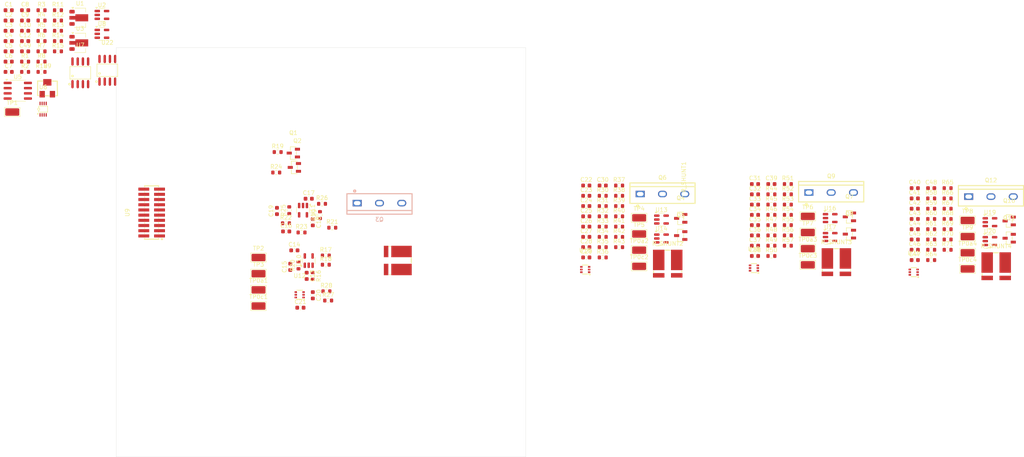
<source format=kicad_pcb>
(kicad_pcb (version 20241229) (generator "pcbnew") (generator_version "9.0")
  (layers (0 "F.Cu" signal) (2 "B.Cu" signal) (13 "F.Paste" user) (15 "B.Paste" user) (5 "F.SilkS" user "F.Silkscreen") (7 "B.SilkS" user "B.Silkscreen") (1 "F.Mask" user) (3 "B.Mask" user) (25 "Edge.Cuts" user))
  (net 0 "")
  (net 1 "GND")
  (net 2 "+12V")
  (net 3 "READY")
  (net 4 "Net-(U7-IN+)")
  (net 5 "+9V")
  (net 6 "+5V")
  (net 7 "Net-(U6-Rext{slash}Cext)")
  (net 8 "Net-(U6-Cext)")
  (net 9 "Net-(U10-+)")
  (net 10 "Net-(U10--)")
  (net 11 "Net-(C15-Pad1)")
  (net 12 "Net-(C16-Pad2)")
  (net 13 "Net-(U11--)")
  (net 14 "Net-(C18-Pad1)")
  (net 15 "Net-(C19-Pad2)")
  (net 16 "Net-(U12-IN-)")
  (net 17 "Net-(U12-IN+)")
  (net 18 "Net-(U13-+)")
  (net 19 "Net-(C24-Pad1)")
  (net 20 "Net-(U13--)")
  (net 21 "Net-(C25-Pad2)")
  (net 22 "Net-(U14--)")
  (net 23 "Net-(C27-Pad1)")
  (net 24 "Net-(C28-Pad2)")
  (net 25 "Net-(U15-IN-)")
  (net 26 "Net-(U15-IN+)")
  (net 27 "Net-(U16-+)")
  (net 28 "Net-(C33-Pad1)")
  (net 29 "Net-(U16--)")
  (net 30 "Net-(U17--)")
  (net 31 "Net-(C34-Pad2)")
  (net 32 "Net-(C36-Pad1)")
  (net 33 "Net-(C37-Pad2)")
  (net 34 "Net-(U18-IN-)")
  (net 35 "Net-(U18-IN+)")
  (net 36 "Net-(U19-+)")
  (net 37 "Net-(C42-Pad1)")
  (net 38 "Net-(U19--)")
  (net 39 "Net-(C43-Pad2)")
  (net 40 "Net-(U20--)")
  (net 41 "Net-(C45-Pad1)")
  (net 42 "Net-(C46-Pad2)")
  (net 43 "Net-(U21-IN+)")
  (net 44 "Net-(U21-IN-)")
  (net 45 "~{ENABLE}")
  (net 46 "Net-(Q1-D)")
  (net 47 "Net-(Q2-D)")
  (net 48 "Net-(Q3-S)")
  (net 49 "VBUS")
  (net 50 "/ch0/MOS_G")
  (net 51 "Net-(Q4-D)")
  (net 52 "Net-(Q5-D)")
  (net 53 "Net-(Q6-S)")
  (net 54 "/ch1/MOS_G")
  (net 55 "Net-(Q7-D)")
  (net 56 "Net-(Q8-D)")
  (net 57 "/ch2/MOS_G")
  (net 58 "Net-(Q9-S)")
  (net 59 "Net-(Q10-D)")
  (net 60 "Net-(Q11-D)")
  (net 61 "Net-(Q12-S)")
  (net 62 "/ch3/MOS_G")
  (net 63 "ENABLE")
  (net 64 "Net-(U1-ADJ)")
  (net 65 "Net-(R4-Pad2)")
  (net 66 "Net-(U3-ADJ)")
  (net 67 "Net-(U7-IN-)")
  (net 68 "Net-(U6-~{CLR})")
  (net 69 "Net-(U22-IN+)")
  (net 70 "Net-(U5-Vout)")
  (net 71 "Net-(U8-+)")
  (net 72 "/ch0/V_Rs0p")
  (net 73 "/ch0/V_Rs0n")
  (net 74 "I_CONTROL")
  (net 75 "Net-(R21-Pad2)")
  (net 76 "/ch1/V_Rs0p")
  (net 77 "/ch1/V_Rs0n")
  (net 78 "Net-(R35-Pad2)")
  (net 79 "/ch2/V_Rs0p")
  (net 80 "/ch2/V_Rs0n")
  (net 81 "Net-(R49-Pad2)")
  (net 82 "/ch3/V_Rs0p")
  (net 83 "/ch3/V_Rs0n")
  (net 84 "Net-(R63-Pad2)")
  (net 85 "/I_SINK_MON_CH0")
  (net 86 "/I_SINK_MON_CH1")
  (net 87 "/I_SINK_MON_CH2")
  (net 88 "/I_SINK_MON_CH3")
  (net 95 "Net-(U6-B)")
  (net 100 "V_BUS_MON")
  (net 121 "V_REF")
  (footprint "Capacitor_SMD:C_0603_1608Metric" (layer "F.Cu") (at 173.01 75.43)
    (property "Reference" "C30" (at 0 -1.43 0) (layer "F.SilkS"))
    (property "Value" "100n")
    (pad "1" smd roundrect (at -0.775 0) (size 0.9 0.95) (layers "F.Cu" "F.Mask" "F.Paste") (net 1 "GND"))
    (pad "2" smd roundrect (at 0.775 0) (size 0.9 0.95) (layers "F.Cu" "F.Mask" "F.Paste") (net 3 "READY"))
  )
  (footprint "Resistor_SMD:R_0603_1608Metric" (layer "F.Cu") (at 218.195 75.07)
    (property "Reference" "R51" (at 0 -1.43 0) (layer "F.SilkS"))
    (property "Value" "500")
    (pad "1" smd roundrect (at -0.825 0) (size 0.8 0.95) (layers "F.Cu" "F.Mask" "F.Paste") (net 30 "Net-(U17--)"))
    (pad "2" smd roundrect (at 0.825 0) (size 0.8 0.95) (layers "F.Cu" "F.Mask" "F.Paste") (net 28 "Net-(C33-Pad1)"))
  )
  (footprint "Capacitor_SMD:C_0603_1608Metric" (layer "F.Cu") (at 249.175 88.62)
    (property "Reference" "C45" (at 0 -1.43 0) (layer "F.SilkS"))
    (property "Value" "1n")
    (pad "1" smd roundrect (at -0.775 0) (size 0.9 0.95) (layers "F.Cu" "F.Mask" "F.Paste") (net 41 "Net-(C45-Pad1)"))
    (pad "2" smd roundrect (at 0.775 0) (size 0.9 0.95) (layers "F.Cu" "F.Mask" "F.Paste") (net 40 "Net-(U20--)"))
  )
  (footprint "Resistor_SMD:R_0603_1608Metric" (layer "F.Cu") (at 36.04 47.66)
    (property "Reference" "R10" (at 0 -1.43 0) (layer "F.SilkS"))
    (property "Value" "10k")
    (pad "1" smd roundrect (at -0.825 0) (size 0.8 0.95) (layers "F.Cu" "F.Mask" "F.Paste") (net 3 "READY"))
    (pad "2" smd roundrect (at 0.825 0) (size 0.8 0.95) (layers "F.Cu" "F.Mask" "F.Paste") (net 68 "Net-(U6-~{CLR})"))
  )
  (footprint "Capacitor_SMD:C_0603_1608Metric" (layer "F.Cu") (at 32.03 37.62)
    (property "Reference" "C10" (at 0 -1.43 0) (layer "F.SilkS"))
    (property "Value" "100n")
    (pad "1" smd roundrect (at -0.775 0) (size 0.9 0.95) (layers "F.Cu" "F.Mask" "F.Paste") (net 1 "GND"))
    (pad "2" smd roundrect (at 0.775 0) (size 0.9 0.95) (layers "F.Cu" "F.Mask" "F.Paste") (net 3 "READY"))
  )
  (footprint "Capacitor_SMD:C_0603_1608Metric" (layer "F.Cu") (at 169 87.98)
    (property "Reference" "C27" (at 0 -1.43 0) (layer "F.SilkS"))
    (property "Value" "1n")
    (pad "1" smd roundrect (at -0.775 0) (size 0.9 0.95) (layers "F.Cu" "F.Mask" "F.Paste") (net 23 "Net-(C27-Pad1)"))
    (pad "2" smd roundrect (at 0.775 0) (size 0.9 0.95) (layers "F.Cu" "F.Mask" "F.Paste") (net 22 "Net-(U14--)"))
  )
  (footprint "TestPoint:TestPoint_Keystone_5015_Micro_Mini" (layer "F.Cu") (at 89 93.025)
    (property "Reference" "TP2" (at 0 -2.25 0) (layer "F.SilkS"))
    (property "Value" "TestPoint")
    (pad "1" smd roundrect (at 0 0) (size 3.4 1.8) (layers "F.Cu" "F.Mask" "F.Paste") (roundrect_rratio 0.1388888889) (net 75 "Net-(R21-Pad2)"))
  )
  (footprint "programmable-load-library:SOT-23-3_L2.9-W1.3-P1.90-LS2.4-BR" (layer "F.Cu") (at 272.225 88.3)
    (property "Reference" "Q11" (at 0 -4.95 0) (layer "F.SilkS"))
    (property "Value" "AO3400A")
    (pad "1" smd rect (at 1 0.95) (size 1.25 0.7) (layers "F.Cu" "F.Mask" "F.Paste") (net 45 "~{ENABLE}"))
    (pad "2" smd rect (at 1 -0.95) (size 1.25 0.7) (layers "F.Cu" "F.Mask" "F.Paste") (net 1 "GND"))
    (pad "3" smd rect (at -1 0) (size 1.25 0.7) (layers "F.Cu" "F.Mask" "F.Paste") (net 60 "Net-(Q11-D)"))
  )
  (footprint "Package_TO_SOT_SMD:TSOT-23-5" (layer "F.Cu") (at 50.78 38.37)
    (property "Reference" "U8" (at 0 -2.4 0) (layer "F.SilkS"))
    (property "Value" "OPA188xxDBV")
    (pad "1" smd roundrect (at -1.1375 -0.95) (size 1.325 0.6) (layers "F.Cu" "F.Mask" "F.Paste") (net 100 "V_BUS_MON"))
    (pad "2" smd roundrect (at -1.1375 0) (size 1.325 0.6) (layers "F.Cu" "F.Mask" "F.Paste") (net 1 "GND"))
    (pad "3" smd roundrect (at -1.1375 0.95) (size 1.325 0.6) (layers "F.Cu" "F.Mask" "F.Paste") (net 71 "Net-(U8-+)"))
    (pad "4" smd roundrect (at 1.1375 0.95) (size 1.325 0.6) (layers "F.Cu" "F.Mask" "F.Paste") (net 100 "V_BUS_MON"))
    (pad "5" smd roundrect (at 1.1375 -0.95) (size 1.325 0.6) (layers "F.Cu" "F.Mask" "F.Paste") (net 6 "+5V"))
  )
  (footprint "programmable-load-library:PG-TO247-3_L15.9-W5.2-P5.44-L" (layer "F.Cu") (at 228.775 77.14)
    (property "Reference" "Q9" (at 0 -4 0) (layer "F.SilkS"))
    (property "Value" "IRFP7530PBF")
    (pad "1" thru_hole rect (at -5.44 0 90) (size 1.6 2.2) (drill oval 0.999998 1.599997) (layers "*.Cu" "*.Mask") (net 57 "/ch2/MOS_G"))
    (pad "2" thru_hole oval (at 0 0 90) (size 1.6 2.2) (drill oval 0.999998 1.599997) (layers "*.Cu" "*.Mask") (net 49 "VBUS"))
    (pad "3" thru_hole oval (at 5.44 0 90) (size 1.6 2.2) (drill oval 0.999998 1.599997) (layers "*.Cu" "*.Mask") (net 58 "Net-(Q9-S)"))
  )
  (footprint "Capacitor_SMD:C_0603_1608Metric" (layer "F.Cu") (at 102.25 102.25 -90)
    (property "Reference" "C20" (at 0 -1.43 90) (layer "F.SilkS"))
    (property "Value" "10n")
    (pad "1" smd roundrect (at -0.775 0 270) (size 0.9 0.95) (layers "F.Cu" "F.Mask" "F.Paste") (net 17 "Net-(U12-IN+)"))
    (pad "2" smd roundrect (at 0.775 0 270) (size 0.9 0.95) (layers "F.Cu" "F.Mask" "F.Paste") (net 16 "Net-(U12-IN-)"))
  )
  (footprint "Resistor_SMD:R_0603_1608Metric" (layer "F.Cu") (at 104 82.65 90)
    (property "Reference" "R29" (at 0 -1.43 90) (layer "F.SilkS"))
    (property "Value" "10k")
    (pad "1" smd roundrect (at -0.825 0 90) (size 0.8 0.95) (layers "F.Cu" "F.Mask" "F.Paste") (net 1 "GND"))
    (pad "2" smd roundrect (at 0.825 0 90) (size 0.8 0.95) (layers "F.Cu" "F.Mask" "F.Paste") (net 50 "/ch0/MOS_G"))
  )
  (footprint "Resistor_SMD:R_0603_1608Metric" (layer "F.Cu") (at 257.195 88.62)
    (property "Reference" "R70" (at 0 -1.43 0) (layer "F.SilkS"))
    (property "Value" "0")
    (pad "1" smd roundrect (at -0.825 0) (size 0.8 0.95) (layers "F.Cu" "F.Mask" "F.Paste") (net 44 "Net-(U21-IN-)"))
    (pad "2" smd roundrect (at 0.825 0) (size 0.8 0.95) (layers "F.Cu" "F.Mask" "F.Paste") (net 83 "/ch3/V_Rs0n"))
  )
  (footprint "Capacitor_SMD:C_0603_1608Metric" (layer "F.Cu") (at 169 82.96)
    (property "Reference" "C25" (at 0 -1.43 0) (layer "F.SilkS"))
    (property "Value" "47n")
    (pad "1" smd roundrect (at -0.775 0) (size 0.9 0.95) (layers "F.Cu" "F.Mask" "F.Paste") (net 22 "Net-(U14--)"))
    (pad "2" smd roundrect (at 0.775 0) (size 0.9 0.95) (layers "F.Cu" "F.Mask" "F.Paste") (net 21 "Net-(C25-Pad2)"))
  )
  (footprint "programmable-load-library:SOT-23-3_L2.9-W1.3-P1.90-LS2.4-BR" (layer "F.Cu") (at 192.05 83.45)
    (property "Reference" "Q4" (at 0 -4.95 0) (layer "F.SilkS"))
    (property "Value" "AO3400A")
    (pad "1" smd rect (at 1 0.95) (size 1.25 0.7) (layers "F.Cu" "F.Mask" "F.Paste") (net 45 "~{ENABLE}"))
    (pad "2" smd rect (at 1 -0.95) (size 1.25 0.7) (layers "F.Cu" "F.Mask" "F.Paste") (net 1 "GND"))
    (pad "3" smd rect (at -1 0) (size 1.25 0.7) (layers "F.Cu" "F.Mask" "F.Paste") (net 51 "Net-(Q4-D)"))
  )
  (footprint "Capacitor_SMD:C_0603_1608Metric" (layer "F.Cu") (at 210.175 87.62)
    (property "Reference" "C36" (at 0 -1.43 0) (layer "F.SilkS"))
    (property "Value" "1n")
    (pad "1" smd roundrect (at -0.775 0) (size 0.9 0.95) (layers "F.Cu" "F.Mask" "F.Paste") (net 32 "Net-(C36-Pad1)"))
    (pad "2" smd roundrect (at 0.775 0) (size 0.9 0.95) (layers "F.Cu" "F.Mask" "F.Paste") (net 30 "Net-(U17--)"))
  )
  (footprint "Resistor_SMD:R_0603_1608Metric" (layer "F.Cu") (at 104.5 79.9)
    (property "Reference" "R26" (at 0 -1.43 0) (layer "F.SilkS"))
    (property "Value" "100")
    (pad "1" smd roundrect (at -0.825 0) (size 0.8 0.95) (layers "F.Cu" "F.Mask" "F.Paste") (net 14 "Net-(C18-Pad1)"))
    (pad "2" smd roundrect (at 0.825 0) (size 0.8 0.95) (layers "F.Cu" "F.Mask" "F.Paste") (net 50 "/ch0/MOS_G"))
  )
  (footprint "Resistor_SMD:R_0603_1608Metric" (layer "F.Cu") (at 36.04 35.11)
    (property "Reference" "R4" (at 0 -1.43 0) (layer "F.SilkS"))
    (property "Value" "11k")
    (pad "1" smd roundrect (at -0.825 0) (size 0.8 0.95) (layers "F.Cu" "F.Mask" "F.Paste") (net 49 "VBUS"))
    (pad "2" smd roundrect (at 0.825 0) (size 0.8 0.95) (layers "F.Cu" "F.Mask" "F.Paste") (net 65 "Net-(R4-Pad2)"))
  )
  (footprint "Resistor_SMD:R_0603_1608Metric" (layer "F.Cu") (at 253.185 83.6)
    (property "Reference" "R60" (at 0 -1.43 0) (layer "F.SilkS"))
    (property "Value" "1k")
    (pad "1" smd roundrect (at -0.825 0) (size 0.8 0.95) (layers "F.Cu" "F.Mask" "F.Paste") (net 38 "Net-(U19--)"))
    (pad "2" smd roundrect (at 0.825 0) (size 0.8 0.95) (layers "F.Cu" "F.Mask" "F.Paste") (net 83 "/ch3/V_Rs0n"))
  )
  (footprint "TestPoint:TestPoint_Keystone_5015_Micro_Mini" (layer "F.Cu") (at 89 100.925)
    (property "Reference" "TP0a1" (at 0 -2.25 0) (layer "F.SilkS"))
    (property "Value" "TestPoint")
    (pad "1" smd roundrect (at 0 0) (size 3.4 1.8) (layers "F.Cu" "F.Mask" "F.Paste") (roundrect_rratio 0.1388888889) (net 85 "/I_SINK_MON_CH0"))
  )
  (footprint "Resistor_SMD:R_0603_1608Metric" (layer "F.Cu") (at 173.01 85.47)
    (property "Reference" "R33" (at 0 -1.43 0) (layer "F.SilkS"))
    (property "Value" "0")
    (pad "1" smd roundrect (at -0.825 0) (size 0.8 0.95) (layers "F.Cu" "F.Mask" "F.Paste") (net 51 "Net-(Q4-D)"))
    (pad "2" smd roundrect (at 0.825 0) (size 0.8 0.95) (layers "F.Cu" "F.Mask" "F.Paste") (net 74 "I_CONTROL"))
  )
  (footprint "Resistor_SMD:R_0603_1608Metric" (layer "F.Cu") (at 32.03 45.15)
    (property "Reference" "R1" (at 0 -1.43 0) (layer "F.SilkS"))
    (property "Value" "R")
    (pad "1" smd roundrect (at -0.825 0) (size 0.8 0.95) (layers "F.Cu" "F.Mask" "F.Paste") (net 63 "ENABLE"))
    (pad "2" smd roundrect (at 0.825 0) (size 0.8 0.95) (layers "F.Cu" "F.Mask" "F.Paste") (net 1 "GND"))
  )
  (footprint "Capacitor_SMD:C_0603_1608Metric" (layer "F.Cu") (at 96.75 95.3 90)
    (property "Reference" "C15" (at 0 -1.43 90) (layer "F.SilkS"))
    (property "Value" "100p")
    (pad "1" smd roundrect (at -0.775 0 90) (size 0.9 0.95) (layers "F.Cu" "F.Mask" "F.Paste") (net 11 "Net-(C15-Pad1)"))
    (pad "2" smd roundrect (at 0.775 0 90) (size 0.9 0.95) (layers "F.Cu" "F.Mask" "F.Paste") (net 10 "Net-(U10--)"))
  )
  (footprint "Resistor_SMD:R_0603_1608Metric" (layer "F.Cu") (at 173.01 87.98)
    (property "Reference" "R34" (at 0 -1.43 0) (layer "F.SilkS"))
    (property "Value" "50k")
    (pad "1" smd roundrect (at -0.825 0) (size 0.8 0.95) (layers "F.Cu" "F.Mask" "F.Paste") (net 19 "Net-(C24-Pad1)"))
    (pad "2" smd roundrect (at 0.825 0) (size 0.8 0.95) (layers "F.Cu" "F.Mask" "F.Paste") (net 20 "Net-(U13--)"))
  )
  (footprint "TestPoint:TestPoint_Keystone_5015_Micro_Mini" (layer "F.Cu") (at 223.075 90.86)
    (property "Reference" "TP0a3" (at 0 -2.25 0) (layer "F.SilkS"))
    (property "Value" "TestPoint")
    (pad "1" smd roundrect (at 0 0) (size 3.4 1.8) (layers "F.Cu" "F.Mask" "F.Paste") (roundrect_rratio 0.1388888889) (net 87 "/I_SINK_MON_CH2"))
  )
  (footprint "Resistor_SMD:R_0603_1608Metric" (layer "F.Cu") (at 93.675 67.25)
    (property "Reference" "R19" (at 0 -1.43 0) (layer "F.SilkS"))
    (property "Value" "0")
    (pad "1" smd roundrect (at -0.825 0) (size 0.8 0.95) (layers "F.Cu" "F.Mask" "F.Paste") (net 46 "Net-(Q1-D)"))
    (pad "2" smd roundrect (at 0.825 0) (size 0.8 0.95) (layers "F.Cu" "F.Mask" "F.Paste") (net 74 "I_CONTROL"))
  )
  (footprint "Resistor_SMD:R_0603_1608Metric" (layer "F.Cu") (at 36.04 37.62)
    (property "Reference" "R5" (at 0 -1.43 0) (layer "F.SilkS"))
    (property "Value" "1k")
    (pad "1" smd roundrect (at -0.825 0) (size 0.8 0.95) (layers "F.Cu" "F.Mask" "F.Paste") (net 1 "GND"))
    (pad "2" smd roundrect (at 0.825 0) (size 0.8 0.95) (layers "F.Cu" "F.Mask" "F.Paste") (net 65 "Net-(R4-Pad2)"))
  )
  (footprint "Resistor_SMD:R_0603_1608Metric" (layer "F.Cu") (at 98.75 94.95 90)
    (property "Reference" "R20" (at 0 -1.43 90) (layer "F.SilkS"))
    (property "Value" "50k")
    (pad "1" smd roundrect (at -0.825 0 90) (size 0.8 0.95) (layers "F.Cu" "F.Mask" "F.Paste") (net 11 "Net-(C15-Pad1)"))
    (pad "2" smd roundrect (at 0.825 0 90) (size 0.8 0.95) (layers "F.Cu" "F.Mask" "F.Paste") (net 10 "Net-(U10--)"))
  )
  (footprint "Capacitor_SMD:C_0603_1608Metric" (layer "F.Cu") (at 169 80.45)
    (property "Reference" "C24" (at 0 -1.43 0) (layer "F.SilkS"))
    (property "Value" "100p")
    (pad "1" smd roundrect (at -0.775 0) (size 0.9 0.95) (layers "F.Cu" "F.Mask" "F.Paste") (net 19 "Net-(C24-Pad1)"))
    (pad "2" smd roundrect (at 0.775 0) (size 0.9 0.95) (layers "F.Cu" "F.Mask" "F.Paste") (net 20 "Net-(U13--)"))
  )
  (footprint "programmable-load-library:SOT-23-3_L2.9-W1.3-P1.90-LS2.4-BR" (layer "F.Cu") (at 97.75 71)
    (property "Reference" "Q2" (at 0.75 -6.5 0) (layer "F.SilkS"))
    (property "Value" "AO3400A")
    (pad "1" smd rect (at 1 0.95) (size 1.25 0.7) (layers "F.Cu" "F.Mask" "F.Paste") (net 45 "~{ENABLE}"))
    (pad "2" smd rect (at 1 -0.95) (size 1.25 0.7) (layers "F.Cu" "F.Mask" "F.Paste") (net 1 "GND"))
    (pad "3" smd rect (at -1 0) (size 1.25 0.7) (layers "F.Cu" "F.Mask" "F.Paste") (net 47 "Net-(Q2-D)"))
  )
  (footprint "Package_TO_SOT_SMD:SOT-89-3" (layer "F.Cu") (at 45.43 34.445)
    (property "Reference" "U1" (at 0 -3.5 0) (layer "F.SilkS"))
    (property "Value" "LM317_SOT-223")
    (pad "1" smd roundrect (at -1.95 -1.5) (size 1.3 0.9) (layers "F.Cu" "F.Mask" "F.Paste") (net 64 "Net-(U1-ADJ)"))
    (pad "2" smd custom (at -1.8625 0) (size 1.475 0.9) (layers "F.Cu" "F.Mask" "F.Paste") (net 3 "READY") (options (clearance outline) (anchor rect)) (primitives (gr_poly (pts (xy 3.8625 0.8665) (xy 0.7375 0.8665) (xy 0.7375 -0.8665) (xy 3.8625 -0.8665)) (width 0) (fill yes))))
    (pad "3" smd roundrect (at -1.95 1.5) (size 1.3 0.9) (layers "F.Cu" "F.Mask" "F.Paste") (net 2 "+12V"))
  )
  (footprint "programmable-load-library:HDR-SMD_PZ127-2-10-S" (layer "F.Cu") (at 62.92 82.03 90)
    (property "Reference" "U9" (at 0 -5.92 90) (layer "F.SilkS"))
    (property "Value" "PZ127-2-10-S")
    (pad "1" smd rect (at -5.72 1.92 90) (size 0.74 2.65) (layers "F.Cu" "F.Mask" "F.Paste"))
    (pad "2" smd rect (at -5.72 -1.92 90) (size 0.74 2.65) (layers "F.Cu" "F.Mask" "F.Paste"))
    (pad "3" smd rect (at -4.44 1.92 90) (size 0.74 2.65) (layers "F.Cu" "F.Mask" "F.Paste"))
    (pad "4" smd rect (at -4.44 -1.92 90) (size 0.74 2.65) (layers "F.Cu" "F.Mask" "F.Paste"))
    (pad "5" smd rect (at -3.17 1.92 90) (size 0.74 2.65) (layers "F.Cu" "F.Mask" "F.Paste"))
    (pad "6" smd rect (at -3.17 -1.92 90) (size 0.74 2.65) (layers "F.Cu" "F.Mask" "F.Paste"))
    (pad "7" smd rect (at -1.9 1.92 90) (size 0.74 2.65) (layers "F.Cu" "F.Mask" "F.Paste"))
    (pad "8" smd rect (at -1.9 -1.92 90) (size 0.74 2.65) (layers "F.Cu" "F.Mask" "F.Paste"))
    (pad "9" smd rect (at -0.63 1.92 90) (size 0.74 2.65) (layers "F.Cu" "F.Mask" "F.Paste"))
    (pad "10" smd rect (at -0.63 -1.92 90) (size 0.74 2.65) (layers "F.Cu" "F.Mask" "F.Paste"))
    (pad "11" smd rect (at 0.63 1.92 90) (size 0.74 2.65) (layers "F.Cu" "F.Mask" "F.Paste"))
    (pad "12" smd rect (at 0.63 -1.92 90) (size 0.74 2.65) (layers "F.Cu" "F.Mask" "F.Paste"))
    (pad "13" smd rect (at 1.9 1.92 90) (size 0.74 2.65) (layers "F.Cu" "F.Mask" "F.Paste"))
    (pad "14" smd rect (at 1.9 -1.92 90) (size 0.74 2.65) (layers "F.Cu" "F.Mask" "F.Paste"))
    (pad "15" smd rect (at 3.18 1.92 90) (size 0.74 2.65) (layers "F.Cu" "F.Mask" "F.Paste"))
    (pad "16" smd rect (at 3.18 -1.92 90) (size 0.74 2.65) (layers "F.Cu" "F.Mask" "F.Paste"))
    (pad "17" smd rect (at 4.45 1.92 90) (size 0.74 2.65) (layers "F.Cu" "F.Mask" "F.Paste"))
    (pad "18" smd rect (at 4.45 -1.92 90) (size 0.74 2.65) (layers "F.Cu" "F.Mask" "F.Paste"))
    (pad "19" smd rect (at 5.72 1.92 90) (size 0.74 2.65) (layers "F.Cu" "F.Mask" "F.Paste"))
    (pad "20" smd rect (at 5.72 -1.92 90) (size 0.74 2.65) (layers "F.Cu" "F.Mask" "F.Paste"))
  )
  (footprint "Package_TO_SOT_SMD:SOT-23-5" (layer "F.Cu") (at 50.78 33.745)
    (property "Reference" "U2" (at 0 -2.4 0) (layer "F.SilkS"))
    (property "Value" "74AHC1G04")
    (pad "1" smd roundrect (at -1.1375 -0.95) (size 1.325 0.6) (layers "F.Cu" "F.Mask" "F.Paste"))
    (pad "2" smd roundrect (at -1.1375 0) (size 1.325 0.6) (layers "F.Cu" "F.Mask" "F.Paste") (net 63 "ENABLE"))
    (pad "3" smd roundrect (at -1.1375 0.95) (size 1.325 0.6) (layers "F.Cu" "F.Mask" "F.Paste") (net 1 "GND"))
    (pad "4" smd roundrect (at 1.1375 0.95) (size 1.325 0.6) (layers "F.Cu" "F.Mask" "F.Paste") (net 45 "~{ENABLE}"))
    (pad "5" smd roundrect (at 1.1375 -0.95) (size 1.325 0.6) (layers "F.Cu" "F.Mask" "F.Paste") (net 3 "READY"))
  )
  (footprint "Resistor_SMD:R_0603_1608Metric" (layer "F.Cu") (at 173.01 77.94)
    (property "Reference" "R30" (at 0 -1.43 0) (layer "F.SilkS"))
    (property "Value" "50k")
    (pad "1" smd roundrect (at -0.825 0) (size 0.8 0.95) (layers "F.Cu" "F.Mask" "F.Paste") (net 18 "Net-(U13-+)"))
    (pad "2" smd roundrect (at 0.825 0) (size 0.8 0.95) (layers "F.Cu" "F.Mask" "F.Paste") (net 1 "GND"))
  )
  (footprint "Resistor_SMD:R_0603_1608Metric" (layer "F.Cu") (at 177.02 75.43)
    (property "Reference" "R37" (at 0 -1.43 0) (layer "F.SilkS"))
    (property "Value" "500")
    (pad "1" smd roundrect (at -0.825 0) (size 0.8 0.95) (layers "F.Cu" "F.Mask" "F.Paste") (net 22 "Net-(U14--)"))
    (pad "2" smd roundrect (at 0.825 0) (size 0.8 0.95) (layers "F.Cu" "F.Mask" "F.Paste") (net 19 "Net-(C24-Pad1)"))
  )
  (footprint "Resistor_SMD:R_0603_1608Metric" (layer "F.Cu") (at 36.04 45.15)
    (property "Reference" "R8" (at 0 -1.43 0) (layer "F.SilkS"))
    (property "Value" "0")
    (pad "1" smd roundrect (at -0.825 0) (size 0.8 0.95) (layers "F.Cu" "F.Mask" "F.Paste") (net 65 "Net-(R4-Pad2)"))
    (pad "2" smd roundrect (at 0.825 0) (size 0.8 0.95) (layers "F.Cu" "F.Mask" "F.Paste") (net 4 "Net-(U7-IN+)"))
  )
  (footprint "Capacitor_SMD:C_0603_1608Metric" (layer "F.Cu") (at 95.75 86.65)
    (property "Reference" "C16" (at 0 -1.43 0) (layer "F.SilkS"))
    (property "Value" "47n")
    (pad "1" smd roundrect (at -0.775 0) (size 0.9 0.95) (layers "F.Cu" "F.Mask" "F.Paste") (net 13 "Net-(U11--)"))
    (pad "2" smd roundrect (at 0.775 0) (size 0.9 0.95) (layers "F.Cu" "F.Mask" "F.Paste") (net 12 "Net-(C16-Pad2)"))
  )
  (footprint "Resistor_SMD:R_0603_1608Metric" (layer "F.Cu") (at 257.195 83.6)
    (property "Reference" "R68" (at 0 -1.43 0) (layer "F.SilkS"))
    (property "Value" "100")
    (pad "1" smd roundrect (at -0.825 0) (size 0.8 0.95) (layers "F.Cu" "F.Mask" "F.Paste") (net 41 "Net-(C45-Pad1)"))
    (pad "2" smd roundrect (at 0.825 0) (size 0.8 0.95) (layers "F.Cu" "F.Mask" "F.Paste") (net 62 "/ch3/MOS_G"))
  )
  (footprint "Capacitor_SMD:C_0603_1608Metric" (layer "F.Cu") (at 32.03 35.11)
    (property "Reference" "C9" (at 0 -1.43 0) (layer "F.SilkS"))
    (property "Value" "100n")
    (pad "1" smd roundrect (at -0.775 0) (size 0.9 0.95) (layers "F.Cu" "F.Mask" "F.Paste") (net 7 "Net-(U6-Rext{slash}Cext)"))
    (pad "2" smd roundrect (at 0.775 0) (size 0.9 0.95) (layers "F.Cu" "F.Mask" "F.Paste") (net 8 "Net-(U6-Cext)"))
  )
  (footprint "Capacitor_SMD:C_0603_1608Metric" (layer "F.Cu") (at 93.5 81.65 90)
    (property "Reference" "C19" (at 0 -1.43 90) (layer "F.SilkS"))
    (property "Value" "10n")
    (pad "1" smd roundrect (at -0.775 0 90) (size 0.9 0.95) (layers "F.Cu" "F.Mask" "F.Paste") (net 14 "Net-(C18-Pad1)"))
    (pad "2" smd roundrect (at 0.775 0 90) (size 0.9 0.95) (layers "F.Cu" "F.Mask" "F.Paste") (net 15 "Net-(C19-Pad2)"))
  )
  (footprint "Capacitor_SMD:C_0603_1608Metric" (layer "F.Cu") (at 249.175 91.13)
    (property "Reference" "C46" (at 0 -1.43 0) (layer "F.SilkS"))
    (property "Value" "10n")
    (pad "1" smd roundrect (at -0.775 0) (size 0.9 0.95) (layers "F.Cu" "F.Mask" "F.Paste") (net 41 "Net-(C45-Pad1)"))
    (pad "2" smd roundrect (at 0.775 0) (size 0.9 0.95) (layers "F.Cu" "F.Mask" "F.Paste") (net 42 "Net-(C46-Pad2)"))
  )
  (footprint "Resistor_SMD:R_0603_1608Metric" (layer "F.Cu") (at 102.25 97.525 -90)
    (property "Reference" "R16" (at 0 -1.43 90) (layer "F.SilkS"))
    (property "Value" "50k")
    (pad "1" smd roundrect (at -0.825 0 270) (size 0.8 0.95) (layers "F.Cu" "F.Mask" "F.Paste") (net 9 "Net-(U10-+)"))
    (pad "2" smd roundrect (at 0.825 0 270) (size 0.8 0.95) (layers "F.Cu" "F.Mask" "F.Paste") (net 1 "GND"))
  )
  (footprint "Resistor_SMD:R_0603_1608Metric" (layer "F.Cu") (at 106 103.525)
    (property "Reference" "R27" (at 0 -1.43 0) (layer "F.SilkS"))
    (property "Value" "0")
    (pad "1" smd roundrect (at -0.825 0) (size 0.8 0.95) (layers "F.Cu" "F.Mask" "F.Paste") (net 17 "Net-(U12-IN+)"))
    (pad "2" smd roundrect (at 0.825 0) (size 0.8 0.95) (layers "F.Cu" "F.Mask" "F.Paste") (net 72 "/ch0/V_Rs0p"))
  )
  (footprint "Resistor_SMD:R_0603_1608Metric" (layer "F.Cu") (at 40.05 42.64)
    (property "Reference" "R15" (at 0 -1.43 0) (layer "F.SilkS"))
    (property "Value" "1k")
    (pad "1" smd roundrect (at -0.825 0) (size 0.8 0.95) (layers "F.Cu" "F.Mask" "F.Paste") (net 1 "GND"))
    (pad "2" smd roundrect (at 0.825 0) (size 0.8 0.95) (layers "F.Cu" "F.Mask" "F.Paste") (net 71 "Net-(U8-+)"))
  )
  (footprint "Resistor_SMD:R_0603_1608Metric" (layer "F.Cu") (at 32.03 47.66)
    (property "Reference" "R2" (at 0 -1.43 0) (layer "F.SilkS"))
    (property "Value" "240")
    (pad "1" smd roundrect (at -0.825 0) (size 0.8 0.95) (layers "F.Cu" "F.Mask" "F.Paste") (net 3 "READY"))
    (pad "2" smd roundrect (at 0.825 0) (size 0.8 0.95) (layers "F.Cu" "F.Mask" "F.Paste") (net 64 "Net-(U1-ADJ)"))
  )
  (footprint "programmable-load-library:RES-SMD_4P-L6.9-W6.6_SBB-K-2F-N-T5" (layer "F.Cu") (at 269.05 96.13)
    (property "Reference" "R_SHUNT4" (at 0 -5.88 0) (layer "F.SilkS"))
    (property "Value" "BVB-M-R001-1.0")
    (pad "1" smd rect (at -2.2 -1.88) (size 2.8 5) (layers "F.Cu" "F.Mask" "F.Paste") (net 61 "Net-(Q12-S)"))
    (pad "2" smd rect (at 2.2 -1.88) (size 2.8 5) (layers "F.Cu" "F.Mask" "F.Paste") (net 1 "GND"))
    (pad "3" smd rect (at 2.2 1.88) (size 2.8 1.1) (layers "F.Cu" "F.Mask" "F.Paste") (net 83 "/ch3/V_Rs0n"))
    (pad "4" smd rect (at -2.2 1.88) (size 2.8 1.1) (layers "F.Cu" "F.Mask" "F.Paste") (net 82 "/ch3/V_Rs0p"))
  )
  (footprint "Resistor_SMD:R_0603_1608Metric" (layer "F.Cu") (at 214.185 80.09)
    (property "Reference" "R45" (at 0 -1.43 0) (layer "F.SilkS"))
    (property "Value" "1k")
    (pad "1" smd roundrect (at -0.825 0) (size 0.8 0.95) (layers "F.Cu" "F.Mask" "F.Paste") (net 27 "Net-(U16-+)"))
    (pad "2" smd roundrect (at 0.825 0) (size 0.8 0.95) (layers "F.Cu" "F.Mask" "F.Paste") (net 79 "/ch2/V_Rs0p"))
  )
  (footprint "Resistor_SMD:R_0603_1608Metric" (layer "F.Cu") (at 40.05 32.6)
    (property "Reference" "R11" (at 0 -1.43 0) (layer "F.SilkS"))
    (property "Value" "24k")
    (pad "1" smd roundrect (at -0.825 0) (size 0.8 0.95) (layers "F.Cu" "F.Mask" "F.Paste") (net 70 "Net-(U5-Vout)"))
    (pad "2" smd roundrect (at 0.825 0) (size 0.8 0.95) (layers "F.Cu" "F.Mask" "F.Paste") (net 69 "Net-(U22-IN+)"))
  )
  (footprint "Package_TO_SOT_SMD:SOT-89-3" (layer "F.Cu") (at 45.43 40.57)
    (property "Reference" "U3" (at 0 -3.5 0) (layer "F.SilkS"))
    (property "Value" "LM317_SOT-223")
    (pad "1" smd roundrect (at -1.95 -1.5) (size 1.3 0.9) (layers "F.Cu" "F.Mask" "F.Paste") (net 66 "Net-(U3-ADJ)"))
    (pad "2" smd custom (at -1.8625 0) (size 1.475 0.9) (layers "F.Cu" "F.Mask" "F.Paste") (net 5 "+9V") (options (clearance outline) (anchor rect)) (primitives (gr_poly (pts (xy 3.8625 0.8665) (xy 0.7375 0.8665) (xy 0.7375 -0.8665) (xy 3.8625 -0.8665)) (width 0) (fill yes))))
    (pad "3" smd roundrect (at -1.95 1.5) (size 1.3 0.9) (layers "F.Cu" "F.Mask" "F.Paste") (net 2 "+12V"))
  )
  (footprint "Resistor_SMD:R_0603_1608Metric" (layer "F.Cu") (at 173.01 80.45)
    (property "Reference" "R31" (at 0 -1.43 0) (layer "F.SilkS"))
    (property "Value" "1k")
    (pad "1" smd roundrect (at -0.825 0) (size 0.8 0.95) (layers "F.Cu" "F.Mask" "F.Paste") (net 18 "Net-(U13-+)"))
    (pad "2" smd roundrect (at 0.825 0) (size 0.8 0.95) (layers "F.Cu" "F.Mask" "F.Paste") (net 76 "/ch1/V_Rs0p"))
  )
  (footprint "TestPoint:TestPoint_Keystone_5015_Micro_Mini" (layer "F.Cu") (at 181.9 91.22)
    (property "Reference" "TP0a2" (at 0 -2.25 0) (layer "F.SilkS"))
    (property "Value" "TestPoint")
    (pad "1" smd roundrect (at 0 0) (size 3.4 1.8) (layers "F.Cu" "F.Mask" "F.Paste") (roundrect_rratio 0.1388888889) (net 86 "/I_SINK_MON_CH1"))
  )
  (footprint "programmable-load-library:SOIC-8_L4.9-W3.9-P1.27-LS6.0-BL" (layer "F.Cu") (at 45.505 47.89)
    (property "Reference" "U7" (at 0 -6.77 0) (layer "F.SilkS"))
    (property "Value" "TL081HIDR")
    (pad "1" smd oval (at -1.91 2.77) (size 0.59 2.05) (layers "F.Cu" "F.Mask" "F.Paste"))
    (pad "2" smd oval (at -0.63 2.77) (size 0.59 2.05) (layers "F.Cu" "F.Mask" "F.Paste") (net 67 "Net-(U7-IN-)"))
    (pad "3" smd oval (at 0.63 2.77) (size 0.59 2.05) (layers "F.Cu" "F.Mask" "F.Paste") (net 4 "Net-(U7-IN+)"))
    (pad "4" smd oval (at 1.9 2.77) (size 0.59 2.05) (layers "F.Cu" "F.Mask" "F.Paste") (net 1 "GND"))
    (pad "5" smd oval (at 1.9 -2.77) (size 0.59 2.05) (layers "F.Cu" "F.Mask" "F.Paste"))
    (pad "6" smd oval (at 0.63 -2.77) (size 0.59 2.05) (layers "F.Cu" "F.Mask" "F.Paste") (net 95 "Net-(U6-B)"))
    (pad "7" smd oval (at -0.63 -2.77) (size 0.59 2.05) (layers "F.Cu" "F.Mask" "F.Paste") (net 3 "READY"))
    (pad "8" smd oval (at -1.91 -2.77) (size 0.59 2.05) (layers "F.Cu" "F.Mask" "F.Paste"))
  )
  (footprint "Resistor_SMD:R_0603_1608Metric" (layer "F.Cu") (at 177.02 80.45)
    (property "Reference" "R39" (at 0 -1.43 0) (layer "F.SilkS"))
    (property "Value" "1k")
    (pad "1" smd roundrect (at -0.825 0) (size 0.8 0.95) (layers "F.Cu" "F.Mask" "F.Paste") (net 22 "Net-(U14--)"))
    (pad "2" smd roundrect (at 0.825 0) (size 0.8 0.95) (layers "F.Cu" "F.Mask" "F.Paste") (net 24 "Net-(C28-Pad2)"))
  )
  (footprint "Package_TO_SOT_SMD:TSOT-23-5" (layer "F.Cu") (at 267.525 84.385)
    (property "Reference" "U19" (at 0 -2.4 0) (layer "F.SilkS"))
    (property "Value" "OPA188xxDBV")
    (pad "1" smd roundrect (at -1.1375 -0.95) (size 1.325 0.6) (layers "F.Cu" "F.Mask" "F.Paste") (net 84 "Net-(R63-Pad2)"))
    (pad "2" smd roundrect (at -1.1375 0) (size 1.325 0.6) (layers "F.Cu" "F.Mask" "F.Paste") (net 1 "GND"))
    (pad "3" smd roundrect (at -1.1375 0.95) (size 1.325 0.6) (layers "F.Cu" "F.Mask" "F.Paste") (net 36 "Net-(U19-+)"))
    (pad "4" smd roundrect (at 1.1375 0.95) (size 1.325 0.6) (layers "F.Cu" "F.Mask" "F.Paste") (net 38 "Net-(U19--)"))
    (pad "5" smd roundrect (at 1.1375 -0.95) (size 1.325 0.6) (layers "F.Cu" "F.Mask" "F.Paste") (net 5 "+9V"))
  )
  (footprint "Resistor_SMD:R_0603_1608Metric" (layer "F.Cu") (at 253.185 91.13)
    (property "Reference" "R63" (at 0 -1.43 0) (layer "F.SilkS"))
    (property "Value" "47")
    (pad "1" smd roundrect (at -0.825 0) (size 0.8 0.95) (layers "F.Cu" "F.Mask" "F.Paste") (net 37 "Net-(C42-Pad1)"))
    (pad "2" smd roundrect (at 0.825 0) (size 0.8 0.95) (layers "F.Cu" "F.Mask" "F.Paste") (net 84 "Net-(R63-Pad2)"))
  )
  (footprint "Resistor_SMD:R_0603_1608Metric" (layer "F.Cu") (at 93.325 72.25)
    (property "Reference" "R24" (at 0 -1.43 0) (layer "F.SilkS"))
    (property "Value" "0")
    (pad "1" smd roundrect (at -0.825 0) (size 0.8 0.95) (layers "F.Cu" "F.Mask" "F.Paste") (net 47 "Net-(Q2-D)"))
    (pad "2" smd roundrect (at 0.825 0) (size 0.8 0.95) (layers "F.Cu" "F.Mask" "F.Paste") (net 50 "/ch0/MOS_G"))
  )
  (footprint "Capacitor_SMD:C_0603_1608Metric" (layer "F.Cu") (at 28.02 42.64)
    (property "Reference" "C5" (at 0 -1.43 0) (layer "F.SilkS"))
    (property "Value" "100n")
    (pad "1" smd roundrect (at -0.775 0) (size 0.9 0.95) (layers "F.Cu" "F.Mask" "F.Paste") (net 1 "GND"))
    (pad "2" smd roundrect (at 0.775 0) (size 0.9 0.95) (layers "F.Cu" "F.Mask" "F.Paste") (net 4 "Net-(U7-IN+)"))
  )
  (footprint "Resistor_SMD:R_0603_1608Metric" (layer "F.Cu") (at 214.185 87.62)
    (property "Reference" "R48" (at 0 -1.43 0) (layer "F.SilkS"))
    (property "Value" "50k")
    (pad "1" smd roundrect (at -0.825 0) (size 0.8 0.95) (layers "F.Cu" "F.Mask" "F.Paste") (net 28 "Net-(C33-Pad1)"))
    (pad "2" smd roundrect (at 0.825 0) (size 0.8 0.95) (layers "F.Cu" "F.Mask" "F.Paste") (net 29 "Net-(U16--)"))
  )
  (footprint "programmable-load-library:RES-SMD_4P-L6.9-W6.6_SBB-K-2F-N-T5" (layer "F.Cu") (at 230.05 95.13)
    (property "Reference" "R_SHUNT3" (at 0 -5.88 0) (layer "F.SilkS"))
    (property "Value" "BVB-M-R001-1.0")
    (pad "1" smd rect (at -2.2 -1.88) (size 2.8 5) (layers "F.Cu" "F.Mask" "F.Paste") (net 58 "Net-(Q9-S)"))
    (pad "2" smd rect (at 2.2 -1.88) (size 2.8 5) (layers "F.Cu" "F.Mask" "F.Paste") (net 1 "GND"))
    (pad "3" smd rect (at 2.2 1.88) (size 2.8 1.1) (layers "F.Cu" "F.Mask" "F.Paste") (net 80 "/ch2/V_Rs0n"))
    (pad "4" smd rect (at -2.2 1.88) (size 2.8 1.1) (layers "F.Cu" "F.Mask" "F.Paste") (net 79 "/ch2/V_Rs0p"))
  )
  (footprint "programmable-load-library:SOT-23-3_L2.9-W1.3-P1.90-LS2.4-BR" (layer "F.Cu") (at 233.225 83.09)
    (property "Reference" "Q7" (at 0 -4.95 0) (layer "F.SilkS"))
    (property "Value" "AO3400A")
    (pad "1" smd rect (at 1 0.95) (size 1.25 0.7) (layers "F.Cu" "F.Mask" "F.Paste") (net 45 "~{ENABLE}"))
    (pad "2" smd rect (at 1 -0.95) (size 1.25 0.7) (layers "F.Cu" "F.Mask" "F.Paste") (net 1 "GND"))
    (pad "3" smd rect (at -1 0) (size 1.25 0.7) (layers "F.Cu" "F.Mask" "F.Paste") (net 55 "Net-(Q7-D)"))
  )
  (footprint "Capacitor_SMD:C_0603_1608Metric" (layer "F.Cu") (at 249.175 76.07)
    (property "Reference" "C40" (at 0 -1.43 0) (layer "F.SilkS"))
    (property "Value" "100p")
    (pad "1" smd roundrect (at -0.775 0) (size 0.9 0.95) (layers "F.Cu" "F.Mask" "F.Paste") (net 36 "Net-(U19-+)"))
    (pad "2" smd roundrect (at 0.775 0) (size 0.9 0.95) (layers "F.Cu" "F.Mask" "F.Paste") (net 1 "GND"))
  )
  (footprint "Capacitor_SMD:C_0603_1608Metric" (layer "F.Cu") (at 28.02 40.13)
    (property "Reference" "C4" (at 0 -1.43 0) (layer "F.SilkS"))
    (property "Value" "100n")
    (pad "1" smd roundrect (at -0.775 0) (size 0.9 0.95) (layers "F.Cu" "F.Mask" "F.Paste") (net 2 "+12V"))
    (pad "2" smd roundrect (at 0.775 0) (size 0.9 0.95) (layers "F.Cu" "F.Mask" "F.Paste") (net 1 "GND"))
  )
  (footprint "Resistor_SMD:R_0603_1608Metric" (layer "F.Cu") (at 36.04 42.64)
    (property "Reference" "R7" (at 0 -1.43 0) (layer "F.SilkS"))
    (property "Value" "1488")
    (pad "1" smd roundrect (at -0.825 0) (size 0.8 0.95) (layers "F.Cu" "F.Mask" "F.Paste") (net 66 "Net-(U3-ADJ)"))
    (pad "2" smd roundrect (at 0.825 0) (size 0.8 0.95) (layers "F.Cu" "F.Mask" "F.Paste") (net 1 "GND"))
  )
  (footprint "Capacitor_SMD:C_0603_1608Metric" (layer "F.Cu") (at 28.02 47.66)
    (property "Reference" "C7" (at 0 -1.43 0) (layer "F.SilkS"))
    (property "Value" "100n")
    (pad "1" smd roundrect (at -0.775 0) (size 0.9 0.95) (layers "F.Cu" "F.Mask" "F.Paste") (net 1 "GND"))
    (pad "2" smd roundrect (at 0.775 0) (size 0.9 0.95) (layers "F.Cu" "F.Mask" "F.Paste") (net 3 "READY"))
  )
  (footprint "Resistor_SMD:R_0603_1608Metric" (layer "F.Cu") (at 177.02 87.98)
    (property "Reference" "R42" (at 0 -1.43 0) (layer "F.SilkS"))
    (property "Value" "0")
    (pad "1" smd roundrect (at -0.825 0) (size 0.8 0.95) (layers "F.Cu" "F.Mask" "F.Paste") (net 25 "Net-(U15-IN-)"))
    (pad "2" smd roundrect (at 0.825 0) (size 0.8 0.95) (layers "F.Cu" "F.Mask" "F.Paste") (net 77 "/ch1/V_Rs0n"))
  )
  (footprint "Resistor_SMD:R_0603_1608Metric" (layer "F.Cu") (at 257.195 78.58)
    (property "Reference" "R66" (at 0 -1.43 0) (layer "F.SilkS"))
    (property "Value" "0")
    (pad "1" smd roundrect (at -0.825 0) (size 0.8 0.95) (layers "F.Cu" "F.Mask" "F.Paste") (net 60 "Net-(Q11-D)"))
    (pad "2" smd roundrect (at 0.825 0) (size 0.8 0.95) (layers "F.Cu" "F.Mask" "F.Paste") (net 62 "/ch3/MOS_G"))
  )
  (footprint "Capacitor_SMD:C_0603_1608Metric" (layer "F.Cu") (at 101.25 78.65)
    (property "Reference" "C17" (at 0 -1.43 0) (layer "F.SilkS"))
    (property "Value" "100n")
    (pad "1" smd roundrect (at -0.775 0) (size 0.9 0.95) (layers "F.Cu" "F.Mask" "F.Paste") (net 1 "GND"))
    (pad "2" smd roundrect (at 0.775 0) (size 0.9 0.95) (layers "F.Cu" "F.Mask" "F.Paste") (net 5 "+9V"))
  )
  (footprint "Resistor_SMD:R_0603_1608Metric" (layer "F.Cu") (at 177.02 77.94)
    (property "Reference" "R38" (at 0 -1.43 0) (layer "F.SilkS"))
    (property "Value" "0")
    (pad "1" smd roundrect (at -0.825 0) (size 0.8 0.95) (layers "F.Cu" "F.Mask" "F.Paste") (net 52 "Net-(Q5-D)"))
    (pad "2" smd roundrect (at 0.825 0) (size 0.8 0.95) (layers "F.Cu" "F.Mask" "F.Paste") (net 54 "/ch1/MOS_G"))
  )
  (footprint "Capacitor_SMD:C_0603_1608Metric" (layer "F.Cu") (at 28.02 37.62)
    (property "Reference" "C3" (at 0 -1.43 0) (layer "F.SilkS"))
    (property "Value" "1u")
    (pad "1" smd roundrect (at -0.775 0) (size 0.9 0.95) (layers "F.Cu" "F.Mask" "F.Paste") (net 3 "READY"))
    (pad "2" smd roundrect (at 0.775 0) (size 0.9 0.95) (layers "F.Cu" "F.Mask" "F.Paste") (net 1 "GND"))
  )
  (footprint "Package_TO_SOT_SMD:TSOT-23-5" (layer "F.Cu") (at 267.525 89.01)
    (property "Reference" "U20" (at 0 -2.4 0) (layer "F.SilkS"))
    (property "Value" "OPA188xxDBV")
    (pad "1" smd roundrect (at -1.1375 -0.95) (size 1.325 0.6) (layers "F.Cu" "F.Mask" "F.Paste") (net 41 "Net-(C45-Pad1)"))
    (pad "2" smd roundrect (at -1.1375 0) (size 1.325 0.6) (layers "F.Cu" "F.Mask" "F.Paste") (net 1 "GND"))
    (pad "3" smd roundrect (at -1.1375 0.95) (size 1.325 0.6) (layers "F.Cu" "F.Mask" "F.Paste") (net 74 "I_CONTROL"))
    (pad "4" smd roundrect (at 1.1375 0.95) (size 1.325 0.6) (layers "F.Cu" "F.Mask" "F.Paste") (net 40 "Net-(U20--)"))
    (pad "5" smd roundrect (at 1.1375 -0.95) (size 1.325 0.6) (layers "F.Cu" "F.Mask" "F.Paste") (net 5 "+9V"))
  )
  (footprint "Package_TO_SOT_SMD:TSOT-23-5" (layer "F.Cu") (at 187.35 83.745)
    (property "Reference" "U13" (at 0 -2.4 0) (layer "F.SilkS"))
    (property "Value" "OPA188xxDBV")
    (pad "1" smd roundrect (at -1.1375 -0.95) (size 1.325 0.6) (layers "F.Cu" "F.Mask" "F.Paste") (net 78 "Net-(R35-Pad2)"))
    (pad "2" smd roundrect (at -1.1375 0) (size 1.325 0.6) (layers "F.Cu" "F.Mask" "F.Paste") (net 1 "GND"))
    (pad "3" smd roundrect (at -1.1375 0.95) (size 1.325 0.6) (layers "F.Cu" "F.Mask" "F.Paste") (net 18 "Net-(U13-+)"))
    (pad "4" smd roundrect (at 1.1375 0.95) (size 1.325 0.6) (layers "F.Cu" "F.Mask" "F.Paste") (net 20 "Net-(U13--)"))
    (pad "5" smd roundrect (at 1.1375 -0.95) (size 1.325 0.6) (layers "F.Cu" "F.Mask" "F.Paste") (net 5 "+9V"))
  )
  (footprint "Resistor_SMD:R_0603_1608Metric" (layer "F.Cu") (at 253.185 86.11)
    (property "Reference" "R61" (at 0 -1.43 0) (layer "F.SilkS"))
    (property "Value" "0")
    (pad "1" smd roundrect (at -0.825 0) (size 0.8 0.95) (layers "F.Cu" "F.Mask" "F.Paste") (net 59 "Net-(Q10-D)"))
    (pad "2" smd roundrect (at 0.825 0) (size 0.8 0.95) (layers "F.Cu" "F.Mask" "F.Paste") (net 74 "I_CONTROL"))
  )
  (footprint "Resistor_SMD:R_0603_1608Metric" (layer "F.Cu") (at 214.185 77.58)
    (property "Reference" "R44" (at 0 -1.43 0) (layer "F.SilkS"))
    (property "Value" "50k")
    (pad "1" smd roundrect (at -0.825 0) (size 0.8 0.95) (layers "F.Cu" "F.Mask" "F.Paste") (net 27 "Net-(U16-+)"))
    (pad "2" smd roundrect (at 0.825 0) (size 0.8 0.95) (layers "F.Cu" "F.Mask" "F.Paste") (net 1 "GND"))
  )
  (footprint "Resistor_SMD:R_0603_1608Metric" (layer "F.Cu") (at 40.05 40.13)
    (property "Reference" "R14" (at 0 -1.43 0) (layer "F.SilkS"))
    (property "Value" "11.5k")
    (pad "1" smd roundrect (at -0.825 0) (size 0.8 0.95) (layers "F.Cu" "F.Mask" "F.Paste") (net 49 "VBUS"))
    (pad "2" smd roundrect (at 0.825 0) (size 0.8 0.95) (layers "F.Cu" "F.Mask" "F.Paste") (net 71 "Net-(U8-+)"))
  )
  (footprint "Capacitor_SMD:C_0603_1608Metric" (layer "F.Cu") (at 32.03 42.64)
    (property "Reference" "C49" (at 0 -1.43 0) (layer "F.SilkS"))
    (property "Value" "1u")
    (pad "1" smd roundrect (at -0.775 0) (size 0.9 0.95) (layers "F.Cu" "F.Mask" "F.Paste") (net 6 "+5V"))
    (pad "2" smd roundrect (at 0.775 0) (size 0.9 0.95) (layers "F.Cu" "F.Mask" "F.Paste") (net 1 "GND"))
  )
  (footprint "Capacitor_SMD:C_0603_1608Metric" (layer "F.Cu") (at 169 77.94)
    (property "Reference" "C23" (at 0 -1.43 0) (layer "F.SilkS"))
    (property "Value" "100n")
    (pad "1" smd roundrect (at -0.775 0) (size 0.9 0.95) (layers "F.Cu" "F.Mask" "F.Paste") (net 1 "GND"))
    (pad "2" smd roundrect (at 0.775 0) (size 0.9 0.95) (layers "F.Cu" "F.Mask" "F.Paste") (net 5 "+9V"))
  )
  (footprint "Resistor_SMD:R_0603_1608Metric" (layer "F.Cu") (at 105.575 101.275)
    (property "Reference" "R28" (at 0 -1.43 0) (layer "F.SilkS"))
    (property "Value" "0")
    (pad "1" smd roundrect (at -0.825 0) (size 0.8 0.95) (layers "F.Cu" "F.Mask" "F.Paste") (net 16 "Net-(U12-IN-)"))
    (pad "2" smd roundrect (at 0.825 0) (size 0.8 0.95) (layers "F.Cu" "F.Mask" "F.Paste") (net 73 "/ch0/V_Rs0n"))
  )
  (footprint "Resistor_SMD:R_0603_1608Metric" (layer "F.Cu") (at 218.195 90.13)
    (property "Reference" "R57" (at 0 -1.43 0) (layer "F.SilkS"))
    (property "Value" "10k")
    (pad "1" smd roundrect (at -0.825 0) (size 0.8 0.95) (layers "F.Cu" "F.Mask" "F.Paste") (net 1 "GND"))
    (pad "2" smd roundrect (at 0.825 0) (size 0.8 0.95) (layers "F.Cu" "F.Mask" "F.Paste") (net 57 "/ch2/MOS_G"))
  )
  (footprint "programmable-load-library:SOIC-8_L4.9-W3.9-P1.27-LS6.0-BL" (layer "F.Cu") (at 52.1 47.27)
    (property "Reference" "U22" (at 0 -6.77 0) (layer "F.SilkS"))
    (property "Value" "TL081HIDR")
    (pad "1" smd oval (at -1.91 2.77) (size 0.59 2.05) (layers "F.Cu" "F.Mask" "F.Paste"))
    (pad "2" smd oval (at -0.63 2.77) (size 0.59 2.05) (layers "F.Cu" "F.Mask" "F.Paste") (net 121 "V_REF"))
    (pad "3" smd oval (at 0.63 2.77) (size 0.59 2.05) (layers "F.Cu" "F.Mask" "F.Paste") (net 69 "Net-(U22-IN+)"))
    (pad "4" smd oval (at 1.9 2.77) (size 0.59 2.05) (layers "F.Cu" "F.Mask" "F.Paste") (net 1 "GND"))
    (pad "5" smd oval (at 1.9 -2.77) (size 0.59 2.05) (layers "F.Cu" "F.Mask" "F.Paste"))
    (pad "6" smd oval (at 0.63 -2.77) (size 0.59 2.05) (layers "F.Cu" "F.Mask" "F.Paste") (net 121 "V_REF"))
    (pad "7" smd oval (at -0.63 -2.77) (size 0.59 2.05) (layers "F.Cu" "F.Mask" "F.Paste") (net 6 "+5V"))
    (pad "8" smd oval (at -1.91 -2.77) (size 0.59 2.05) (layers "F.Cu" "F.Mask" "F.Paste"))
  )
  (footprint "Resistor_SMD:R_0603_1608Metric" (layer "F.Cu") (at 99.5 86.9)
    (property "Reference" "R23" (at 0 -1.43 0) (layer "F.SilkS"))
    (property "Value" "500")
    (pad "1" smd roundrect (at -0.825 0) (size 0.8 0.95) (layers "F.Cu" "F.Mask" "F.Paste") (net 13 "Net-(U11--)"))
    (pad "2" smd roundrect (at 0.825 0) (size 0.8 0.95) (layers "F.Cu" "F.Mask" "F.Paste") (net 11 "Net-(C15-Pad1)"))
  )
  (footprint "Package_SO:SOIC-8_3.9x4.9mm_P1.27mm" (layer "F.Cu") (at 30.24 52.27)
    (property "Reference" "U5" (at 0 -3.4 0) (layer "F.SilkS"))
    (property "Value" "REF5025AD")
    (pad "1" smd roundrect (at -2.475 -1.905) (size 1.95 0.6) (layers "F.Cu" "F.Mask" "F.Paste"))
    (pad "2" smd roundrect (at -2.475 -0.635) (size 1.95 0.6) (layers "F.Cu" "F.Mask" "F.Paste") (net 6 "+5V"))
    (pad "3" smd roundrect (at -2.475 0.635) (size 1.95 0.6) (layers "F.Cu" "F.Mask" "F.Paste"))
    (pad "4" smd roundrect (at -2.475 1.905) (size 1.95 0.6) (layers "F.Cu" "F.Mask" "F.Paste") (net 1 "GND"))
    (pad "5" smd roundrect (at 2.475 1.905) (size 1.95 0.6) (layers "F.Cu" "F.Mask" "F.Paste"))
    (pad "6" smd roundrect (at 2.475 0.635) (size 1.95 0.6) (layers "F.Cu" "F.Mask" "F.Paste") (net 70 "Net-(U5-Vout)"))
    (pad "7" smd roundrect (at 2.475 -0.635) (size 1.95 0.6) (layers "F.Cu" "F.Mask" "F.Paste"))
    (pad "8" smd roundrect (at 2.475 -1.905) (size 1.95 0.6) (layers "F.Cu" "F.Mask" "F.Paste"))
  )
  (footprint "TestPoint:TestPoint_Keystone_5015_Micro_Mini" (layer "F.Cu") (at 223.075 94.81)
    (property "Reference" "TP0c3" (at 0 -2.25 0) (layer "F.SilkS"))
    (property "Value" "TestPoint")
    (pad "1" smd roundrect (at 0 0) (size 3.4 1.8) (layers "F.Cu" "F.Mask" "F.Paste") (roundrect_rratio 0.1388888889) (net 74 "I_CONTROL"))
  )
  (footprint "Resistor_SMD:R_0603_1608Metric" (layer "F.Cu") (at 257.195 81.09)
    (property "Reference" "R67" (at 0 -1.43 0) (layer "F.SilkS"))
    (property "Value" "1k")
    (pad "1" smd roundrect (at -0.825 0) (size 0.8 0.95) (layers "F.Cu" "F.Mask" "F.Paste") (net 40 "Net-(U20--)"))
    (pad "2" smd roundrect (at 0.825 0) (size 0.8 0.95) (layers "F.Cu" "F.Mask" "F.Paste") (net 42 "Net-(C46-Pad2)"))
  )
  (footprint "TestPoint:TestPoint_Keystone_5015_Micro_Mini" (layer "F.Cu") (at 262.075 95.81)
    (property "Reference" "TP0c4" (at 0 -2.25 0) (layer "F.SilkS"))
    (property "Value" "TestPoint")
    (pad "1" smd roundrect (at 0 0) (size 3.4 1.8) (layers "F.Cu" "F.Mask" "F.Paste") (roundrect_rratio 0.1388888889) (net 74 "I_CONTROL"))
  )
  (footprint "Resistor_SMD:R_0603_1608Metric" (layer "F.Cu") (at 173.01 90.49)
    (property "Reference" "R35" (at 0 -1.43 0) (layer "F.SilkS"))
    (property "Value" "47")
    (pad "1" smd roundrect (at -0.825 0) (size 0.8 0.95) (layers "F.Cu" "F.Mask" "F.Paste") (net 19 "Net-(C24-Pad1)"))
    (pad "2" smd roundrect (at 0.825 0) (size 0.8 0.95) (layers "F.Cu" "F.Mask" "F.Paste") (net 78 "Net-(R35-Pad2)"))
  )
  (footprint "Capacitor_SMD:C_0603_1608Metric" (layer "F.Cu") (at 210.175 82.6)
    (property "Reference" "C34" (at 0 -1.43 0) (layer "F.SilkS"))
    (property "Value" "47n")
    (pad "1" smd roundrect (at -0.775 0) (size 0.9 0.95) (layers "F.Cu" "F.Mask" "F.Paste") (net 30 "Net-(U17--)"))
    (pad "2" smd roundrect (at 0.775 0) (size 0.9 0.95) (layers "F.Cu" "F.Mask" "F.Paste") (net 31 "Net-(C34-Pad2)"))
  )
  (footprint "Capacitor_SMD:C_0603_1608Metric" (layer "F.Cu") (at 28.02 32.6)
    (property "Reference" "C1" (at 0 -1.43 0) (layer "F.SilkS"))
    (property "Value" "100n")
    (pad "1" smd roundrect (at -0.775 0) (size 0.9 0.95) (layers "F.Cu" "F.Mask" "F.Paste") (net 2 "+12V"))
    (pad "2" smd roundrect (at 0.775 0) (size 0.9 0.95) (layers "F.Cu" "F.Mask" "F.Paste") (net 1 "GND"))
  )
  (footprint "Resistor_SMD:R_0603_1608Metric" (layer "F.Cu") (at 105.425 92.525)
    (property "Reference" "R17" (at 0 -1.43 0) (layer "F.SilkS"))
    (property "Value" "1k")
    (pad "1" smd roundrect (at -0.825 0) (size 0.8 0.95) (layers "F.Cu" "F.Mask" "F.Paste") (net 9 "Net-(U10-+)"))
    (pad "2" smd roundrect (at 0.825 0) (size 0.8 0.95) (layers "F.Cu" "F.Mask" "F.Paste") (net 72 "/ch0/V_Rs0p"))
  )
  (footprint "TestPoint:TestPoint_Keystone_5015_Micro_Mini" (layer "F.Cu") (at 262.075 91.86)
    (property "Reference" "TP0a4" (at 0 -2.25 0) (layer "F.SilkS"))
    (property "Value" "TestPoint")
    (pad "1" smd roundrect (at 0 0) (size 3.4 1.8) (layers "F.Cu" "F.Mask" "F.Paste") (roundrect_rratio 0.1388888889) (net 88 "/I_SINK_MON_CH3"))
  )
  (footprint "TestPoint:TestPoint_Keystone_5015_Micro_Mini" (layer "F.Cu") (at 181.9 87.27)
    (property "Reference" "TP5" (at 0 -2.25 0) (layer "F.SilkS"))
    (property "Value" "TestPoint")
    (pad "1" smd roundrect (at 0 0) (size 3.4 1.8) (layers "F.Cu" "F.Mask" "F.Paste") (roundrect_rratio 0.1388888889) (net 54 "/ch1/MOS_G"))
  )
  (footprint "TestPoint:TestPoint_Keystone_5015_Micro_Mini" (layer "F.Cu") (at 262.075 83.96)
    (property "Reference" "TP8" (at 0 -2.25 0) (layer "F.SilkS"))
    (property "Value" "TestPoint")
    (pad "1" smd roundrect (at 0 0) (size 3.4 1.8) (layers "F.Cu" "F.Mask" "F.Paste") (roundrect_rratio 0.1388888889) (net 84 "Net-(R63-Pad2)"))
  )
  (footprint "programmable-load-library:PG-TO247-3_L15.9-W5.2-P5.44-L" (layer "F.Cu") (at 187.6 77.5)
    (property "Reference" "Q6" (at 0 -4 0) (layer "F.SilkS"))
    (property "Value" "IRFP7530PBF")
    (pad "1" thru_hole rect (at -5.44 0 90) (size 1.6 2.2) (drill oval 0.999998 1.599997) (layers "*.Cu" "*.Mask") (net 54 "/ch1/MOS_G"))
    (pad "2" thru_hole oval (at 0 0 90) (size 1.6 2.2) (drill oval 0.999998 1.599997) (layers "*.Cu" "*.Mask") (net 49 "VBUS"))
    (pad "3" thru_hole oval (at 5.44 0 90) (size 1.6 2.2) (drill oval 0.999998 1.599997) (layers "*.Cu" "*.Mask") (net 53 "Net-(Q6-S)"))
  )
  (footprint "Resistor_SMD:R_0603_1608Metric" (layer "F.Cu") (at 177.02 82.96)
    (property "Reference" "R40" (at 0 -1.43 0) (layer "F.SilkS"))
    (property "Value" "100")
    (pad "1" smd roundrect (at -0.825 0) (size 0.8 0.95) (layers "F.Cu" "F.Mask" "F.Paste") (net 23 "Net-(C27-Pad1)"))
    (pad "2" smd roundrect (at 0.825 0) (size 0.8 0.95) (layers "F.Cu" "F.Mask" "F.Paste") (net 54 "/ch1/MOS_G"))
  )
  (footprint "programmable-load-library:RES-SMD_4P-L6.9-W6.6_SBB-K-2F-N-T5" (layer "F.Cu") (at 188.875 95.49)
    (property "Reference" "R_SHUNT2" (at 0 -5.88 0) (layer "F.SilkS"))
    (property "Value" "BVB-M-R001-1.0")
    (pad "1" smd rect (at -2.2 -1.88) (size 2.8 5) (layers "F.Cu" "F.Mask" "F.Paste") (net 53 "Net-(Q6-S)"))
    (pad "2" smd rect (at 2.2 -1.88) (size 2.8 5) (layers "F.Cu" "F.Mask" "F.Paste") (net 1 "GND"))
    (pad "3" smd rect (at 2.2 1.88) (size 2.8 1.1) (layers "F.Cu" "F.Mask" "F.Paste") (net 77 "/ch1/V_Rs0n"))
    (pad "4" smd rect (at -2.2 1.88) (size 2.8 1.1) (layers "F.Cu" "F.Mask" "F.Paste") (net 76 "/ch1/V_Rs0p"))
  )
  (footprint "Resistor_SMD:R_0603_1608Metric" (layer "F.Cu") (at 36.04 40.13)
    (property "Reference" "R6" (at 0 -1.43 0) (layer "F.SilkS"))
    (property "Value" "240")
    (pad "1" smd roundrect (at -0.825 0) (size 0.8 0.95) (layers "F.Cu" "F.Mask" "F.Paste") (net 5 "+9V"))
    (pad "2" smd roundrect (at 0.825 0) (size 0.8 0.95) (layers "F.Cu" "F.Mask" "F.Paste") (net 66 "Net-(U3-ADJ)"))
  )
  (footprint "Capacitor_SMD:C_0603_1608Metric" (layer "F.Cu") (at 249.175 81.09)
    (property "Reference" "C42" (at 0 -1.43 0) (layer "F.SilkS"))
    (property "Value" "100p")
    (pad "1" smd roundrect (at -0.775 0) (size 0.9 0.95) (layers "F.Cu" "F.Mask" "F.Paste") (net 37 "Net-(C42-Pad1)"))
    (pad "2" smd roundrect (at 0.775 0) (size 0.9 0.95) (layers "F.Cu" "F.Mask" "F.Paste") (net 38 "Net-(U19--)"))
  )
  (footprint "Resistor_SMD:R_0603_1608Metric" (layer "F.Cu") (at 218.195 77.58)
    (property "Reference" "R52" (at 0 -1.43 0) (layer "F.SilkS"))
    (property "Value" "0")
    (pad "1" smd roundrect (at -0.825 0) (size 0.8 0.95) (layers "F.Cu" "F.Mask" "F.Paste") (net 56 "Net-(Q8-D)"))
    (pad "2" smd roundrect (at 0.825 0) (size 0.8 0.95) (layers "F.Cu" "F.Mask" "F.Paste") (net 57 "/ch2/MOS_G"))
  )
  (footprint "TestPoint:TestPoint_Keystone_5015_Micro_Mini" (layer "F.Cu") (at 89 96.975)
    (property "Reference" "TP3" (at 0 -2.25 0) (layer "F.SilkS"))
    (property "Value" "TestPoint")
    (pad "1" smd roundrect (at 0 0) (size 3.4 1.8) (layers "F.Cu" "F.Mask" "F.Paste") (roundrect_rratio 0.1388888889) (net 50 "/ch0/MOS_G"))
  )
  (footprint "Resistor_SMD:R_0603_1608Metric" (layer "F.Cu") (at 257.195 86.11)
    (property "Reference" "R69" (at 0 -1.43 0) (layer "F.SilkS"))
    (property "Value" "0")
    (pad "1" smd roundrect (at -0.825 0) (size 0.8 0.95) (layers "F.Cu" "F.Mask" "F.Paste") (net 43 "Net-(U21-IN+)"))
    (pad "2" smd roundrect (at 0.825 0) (size 0.8 0.95) (layers "F.Cu" "F.Mask" "F.Paste") (net 82 "/ch3/V_Rs0p"))
  )
  (footprint "Capacitor_SMD:C_0603_1608Metric" (layer "F.Cu") (at 169 75.43)
    (property "Reference" "C22" (at 0 -1.43 0) (layer "F.SilkS"))
    (property "Value" "100p")
    (pad "1" smd roundrect (at -0.775 0) (size 0.9 0.95) (layers "F.Cu" "F.Mask" "F.Paste") (net 18 "Net-(U13-+)"))
    (pad "2" smd roundrect (at 0.775 0) (size 0.9 0.95) (layers "F.Cu" "F.Mask" "F.Paste") (net 1 "GND"))
  )
  (footprint "Capacitor_SMD:C_0603_1608Metric" (layer "F.Cu") (at 249.175 86.11)
    (property "Reference" "C44" (at 0 -1.43 0) (layer "F.SilkS"))
    (property "Value" "100n")
    (pad "1" smd roundrect (at -0.775 0) (size 0.9 0.95) (layers "F.Cu" "F.Mask" "F.Paste") (net 1 "GND"))
    (pad "2" smd roundrect (at 0.775 0) (size 0.9 0.95) (layers "F.Cu" "F.Mask" "F.Paste") (net 5 "+9V"))
  )
  (footprint "Capacitor_SMD:C_0603_1608Metric" (layer "F.Cu") (at 169 85.47)
    (property "Reference" "C26" (at 0 -1.43 0) (layer "F.SilkS"))
    (property "Value" "100n")
    (pad "1" smd roundrect (at -0.775 0) (size 0.9 0.95) (layers "F.Cu" "F.Mask" "F.Paste") (net 1 "GND"))
    (pad "2" smd roundrect (at 0.775 0) (size 0.9 0.95) (layers "F.Cu" "F.Mask" "F.Paste") (net 5 "+9V"))
  )
  (footprint "TestPoint:TestPoint_Keystone_5015_Micro_Mini" (layer "F.Cu") (at 223.075 82.96)
    (property "Reference" "TP6" (at 0 -2.25 0) (layer "F.SilkS"))
    (property "Value" "TestPoint")
    (pad "1" smd roundrect (at 0 0) (size 3.4 1.8) (layers "F.Cu" "F.Mask" "F.Paste") (roundrect_rratio 0.1388888889) (net 81 "Net-(R49-Pad2)"))
  )
  (footprint "Resistor_SMD:R_0603_1608Metric" (layer "F.Cu") (at 173.01 93)
    (property "Reference" "R36" (at 0 -1.43 0) (layer "F.SilkS"))
    (property "Value" "1k")
    (pad "1" smd roundrect (at -0.825 0) (size 0.8 0.95) (layers "F.Cu" "F.Mask" "F.Paste") (net 21 "Net-(C25-Pad2)"))
    (pad "2" smd roundrect (at 0.825 0) (size 0.8 0.95) (layers "F.Cu" "F.Mask" "F.Paste") (net 19 "Net-(C24-Pad1)"))
  )
  (footprint "Capacitor_SMD:C_0603_1608Metric" (layer "F.Cu") (at 32.03 32.6)
    (property "Reference" "C8" (at 0 -1.43 0) (layer "F.SilkS"))
    (property "Value" "1u")
    (pad "1" smd roundrect (at -0.775 0) (size 0.9 0.95) (layers "F.Cu" "F.Mask" "F.Paste") (net 6 "+5V"))
    (pad "2" smd roundrect (at 0.775 0) (size 0.9 0.95) (layers "F.Cu" "F.Mask" "F.Paste") (net 1 "GND"))
  )
  (footprint "Capacitor_SMD:C_0603_1608Metric" (layer "F.Cu") (at 97.75 91.275)
    (property "Reference" "C14" (at 0 -1.43 0) (layer "F.SilkS"))
    (property "Value" "100n")
    (pad "1" smd roundrect (at -0.775 0) (size 0.9 0.95) (layers "F.Cu" "F.Mask" "F.Paste") (net 1 "GND"))
    (pad "2" smd roundrect (at 0.775 0) (size 0.9 0.95) (layers "F.Cu" "F.Mask" "F.Paste") (net 5 "+9V"))
  )
  (footprint "programmable-load-library:SC-70-6_L2.2-W1.3-P0.65-LS2.1-BR" (layer "F.Cu") (at 248.92 96.595)
    (property "Reference" "U21" (at 0 -4.65 0) (layer "F.SilkS"))
    (property "Value" "INA186A1IDCKR")
    (pad "1" smd rect (at 0.95 0.65 90) (size 0.42 0.6) (layers "F.Cu" "F.Mask" "F.Paste") (net 121 "V_REF"))
    (pad "2" smd rect (at 0.95 0 90) (size 0.42 0.6) (layers "F.Cu" "F.Mask" "F.Paste") (net 1 "GND"))
    (pad "3" smd rect (at 0.95 -0.65 90) (size 0.42 0.6) (layers "F.Cu" "F.Mask" "F.Paste") (net 3 "READY"))
    (pad "4" smd rect (at -0.95 -0.65 270) (size 0.42 0.6) (layers "F.Cu" "F.Mask" "F.Paste") (net 43 "Net-(U21-IN+)"))
    (pad "5" smd rect (at -0.95 0 270) (size 0.42 0.6) (layers "F.Cu" "F.Mask" "F.Paste") (net 44 "Net-(U21-IN-)"))
    (pad "6" smd rect (at -0.95 0.65 270) (size 0.42 0.6) (layers "F.Cu" "F.Mask" "F.Paste") (net 88 "/I_SINK_MON_CH3"))
  )
  (footprint "Capacitor_SMD:C_0603_1608Metric" (layer "F.Cu") (at 99.225 105.275)
    (property "Reference" "C21" (at 0 -1.43 0) (layer "F.SilkS"))
    (property "Value" "100n")
    (pad "1" smd roundrect (at -0.775 0) (size 0.9 0.95) (layers "F.Cu" "F.Mask" "F.Paste") (net 1 "GND"))
    (pad "2" smd roundrect (at 0.775 0) (size 0.9 0.95) (layers "F.Cu" "F.Mask" "F.Paste") (net 3 "READY"))
  )
  (footprint "Resistor_SMD:R_0603_1608Metric" (layer "F.Cu") (at 218.195 85.11)
    (property "Reference" "R55" (at 0 -1.43 0) (layer "F.SilkS"))
    (property "Value" "0")
    (pad "1" smd roundrect (at -0.825 0) (size 0.8 0.95) (layers "F.Cu" "F.Mask" "F.Paste") (net 35 "Net-(U18-IN+)"))
    (pad "2" smd roundrect (at 0.825 0) (size 0.8 0.95) (layers "F.Cu" "F.Mask" "F.Paste") (net 79 "/ch2/V_Rs0p"))
  )
  (footprint "Resistor_SMD:R_0603_1608Metric" (layer "F.Cu") (at 214.185 90.13)
    (property "Reference" "R49" (at 0 -1.43 0) (layer "F.SilkS"))
    (property "Value" "47")
    (pad "1" smd roundrect (at -0.825 0) (size 0.8 0.95) (layers "F.Cu" "F.Mask" "F.Paste") (net 28 "Net-(C33-Pad1)"))
    (pad "2" smd roundrect (at 0.825 0) (size 0.8 0.95) (layers "F.Cu" "F.Mask" "F.Paste") (net 81 "Net-(R49-Pad2)"))
  )
  (footprint "Capacitor_SMD:C_0603_1608Metric" (layer "F.Cu") (at 210.175 85.11)
    (property "Reference" "C35" (at 0 -1.43 0) (layer "F.SilkS"))
    (property "Value" "100n")
    (pad "1" smd roundrect (at -0.775 0) (size 0.9 0.95) (layers "F.Cu" "F.Mask" "F.Paste") (net 1 "GND"))
    (pad "2" smd roundrect (at 0.775 0) (size 0.9 0.95) (layers "F.Cu" "F.Mask" "F.Paste") (net 5 "+9V"))
  )
  (footprint "Resistor_SMD:R_0603_1608Metric" (layer "F.Cu") (at 253.185 88.62)
    (property "Reference" "R62" (at 0 -1.43 0) (layer "F.SilkS"))
    (property "Value" "50k")
    (pad "1" smd roundrect (at -0.825 0) (size 0.8 0.95) (layers "F.Cu" "F.Mask" "F.Paste") (net 37 "Net-(C42-Pad1)"))
    (pad "2" smd roundrect (at 0.825 0) (size 0.8 0.95) (layers "F.Cu" "F.Mask" "F.Paste") (net 38 "Net-(U19--)"))
  )
  (footprint "Resistor_SMD:R_0603_1608Metric" (layer "F.Cu") (at 218.195 80.09)
    (property "Reference" "R53" (at 0 -1.43 0) (layer "F.SilkS"))
    (property "Value" "1k")
    (pad "1" smd roundrect (at -0.825 0) (size 0.8 0.95) (layers "F.Cu" "F.Mask" "F.Paste") (net 30 "Net-(U17--)"))
    (pad "2" smd roundrect (at 0.825 0) (size 0.8 0.95) (layers "F.Cu" "F.Mask" "F.Paste") (net 33 "Net-(C37-Pad2)"))
  )
  (footprint "Capacitor_SMD:C_0603_1608Metric" (layer "F.Cu") (at 253.185 76.07)
    (property "Reference" "C48" (at 0 -1.43 0) (layer "F.SilkS"))
    (property "Value" "100n")
    (pad "1" smd roundrect (at -0.775 0) (size 0.9 0.95) (layers "F.Cu" "F.Mask" "F.Paste") (net 1 "GND"))
    (pad "2" smd roundrect (at 0.775 0) (size 0.9 0.95) (layers "F.Cu" "F.Mask" "F.Paste") (net 3 "READY"))
  )
  (footprint "TestPoint:TestPoint_Keystone_5015_Micro_Mini" (layer "F.Cu") (at 89 104.875)
    (property "Reference" "TP0c1" (at 0 -2.25 0) (layer "F.SilkS"))
    (property "Value" "TestPoint")
    (pad "1" smd roundrect (at 0 0) (size 3.4 1.8) (layers "F.Cu" "F.Mask" "F.Paste") (roundrect_rratio 0.1388888889) (net 74 "I_CONTROL"))
  )
  (footprint "Capacitor_SMD:C_0603_1608Metric" (layer "F.Cu") (at 28.02 35.11)
    (property "Reference" "C2" (at 0 -1.43 0) (layer "F.SilkS"))
    (property "Value" "100n")
    (pad "1" smd roundrect (at -0.775 0) (size 0.9 0.95) (layers "F.Cu" "F.Mask" "F.Paste") (net 1 "GND"))
    (pad "2" smd roundrect (at 0.775 0) (size 0.9 0.95) (layers "F.Cu" "F.Mask" "F.Paste") (net 3 "READY"))
  )
  (footprint "programmable-load-library:PG-TO247-3_L15.9-W5.2-P5.44-L" (layer "F.Cu") (at 267.775 78.14)
    (property "Reference" "Q12" (at 0 -4 0) (layer "F.SilkS"))
    (property "Value" "IRFP7530PBF")
    (pad "1" thru_hole rect (at -5.44 0 90) (size 1.6 2.2) (drill oval 0.999998 1.599997) (layers "*.Cu" "*.Mask") (net 62 "/ch3/MOS_G"))
    (pad "2" thru_hole oval (at 0 0 90) (size 1.6 2.2) (drill oval 0.999998 1.599997) (layers "*.Cu" "*.Mask") (net 49 "VBUS"))
    (pad "3" thru_hole oval (at 5.44 0 90) (size 1.6 2.2) (drill oval 0.999998 1.599997) (layers "*.Cu" "*.Mask") (net 61 "Net-(Q12-S)"))
  )
  (footprint "programmable-load-library:SOT-23-3_L2.9-W1.3-P1.90-LS2.4-BR" (layer "F.Cu") (at 192.05 87.66)
    (property "Reference" "Q5" (at 0 -4.95 0) (layer "F.SilkS"))
    (property "Value" "AO3400A")
    (pad "1" smd rect (at 1 0.95) (size 1.25 0.7) (layers "F.Cu" "F.Mask" "F.Paste") (net 45 "~{ENABLE}"))
    (pad "2" smd rect (at 1 -0.95) (size 1.25 0.7) (layers "F.Cu" "F.Mask" "F.Paste") (net 1 "GND"))
    (pad "3" smd rect (at -1 0) (size 1.25 0.7) (layers "F.Cu" "F.Mask" "F.Paste") (net 52 "Net-(Q5-D)"))
  )
  (footprint "Capacitor_SMD:C_0603_1608Metric" (layer "F.Cu") (at 214.185 75.07)
    (property "Reference" "C39" (at 0 -1.43 0) (layer "F.SilkS"))
    (property "Value" "100n")
    (pad "1" smd roundrect (at -0.775 0) (size 0.9 0.95) (layers "F.Cu" "F.Mask" "F.Paste") (net 1 "GND"))
    (pad "2" smd roundrect (at 0.775 0) (size 0.9 0.95) (layers "F.Cu" "F.Mask" "F.Paste") (net 3 "READY"))
  )
  (footprint "Resistor_SMD:R_0603_1608Metric" (layer "F.Cu") (at 218.195 82.6)
    (property "Reference" "R54" (at 0 -1.43 0) (layer "F.SilkS"))
    (property "Value" "100")
    (pad "1" smd roundrect (at -0.825 0) (size 0.8 0.95) (layers "F.Cu" "F.Mask" "F.Paste") (net 32 "Net-(C36-Pad1)"))
    (pad "2" smd roundrect (at 0.825 0) (size 0.8 0.95) (layers "F.Cu" "F.Mask" "F.Paste") (net 57 "/ch2/MOS_G"))
  )
  (footprint "Capacitor_SMD:C_0603_1608Metric" (layer "F.Cu") (at 249.175 93.64)
    (property "Reference" "C47" (at 0 -1.43 0) (layer "F.SilkS"))
    (property "Value" "10n")
    (pad "1" smd roundrect (at -0.775 0) (size 0.9 0.95) (layers "F.Cu" "F.Mask" "F.Paste") (net 43 "Net-(U21-IN+)"))
    (pad "2" smd roundrect (at 0.775 0) (size 0.9 0.95) (layers "F.Cu" "F.Mask" "F.Paste") (net 44 "Net-(U21-IN-)"))
  )
  (footprint "TestPoint:TestPoint_Keystone_5015_Micro_Mini" (layer "F.Cu") (at 28.89 57.47)
    (property "Reference" "TP1" (at 0 -2.25 0) (layer "F.SilkS"))
    (property "Value" "+12v")
    (pad "1" smd roundrect (at 0 0) (size 3.4 1.8) (layers "F.Cu" "F.Mask" "F.Paste") (roundrect_rratio 0.1388888889) (net 2 "+12V"))
  )
  (footprint "Package_TO_SOT_SMD:TSOT-23-5" (layer "F.Cu") (at 101.25 93.775 90)
    (property "Reference" "U10" (at 0 -2.4 90) (layer "F.SilkS"))
    (property "Value" "OPA188xxDBV")
    (pad "1" smd roundrect (at -1.1375 -0.95 90) (size 1.325 0.6) (layers "F.Cu" "F.Mask" "F.Paste") (net 75 "Net-(R21-Pad2)"))
    (pad "2" smd roundrect (at -1.1375 0 90) (size 1.325 0.6) (layers "F.Cu" "F.Mask" "F.Paste") (net 1 "GND"))
    (pad "3" smd roundrect (at -1.1375 0.95 90) (size 1.325 0.6) (layers "F.Cu" "F.Mask" "F.Paste") (net 9 "Net-(U10-+)"))
    (pad "4" smd roundrect (at 1.1375 0.95 90) (size 1.325 0.6) (layers "F.Cu" "F.Mask" "F.Paste") (net 10 "Net-(U10--)"))
    (pad "5" smd roundrect (at 1.1375 -0.95 90) (size 1.325 0.6) (layers "F.Cu" "F.Mask" "F.Paste") (net 5 "+9V"))
  )
  (footprint "Resistor_SMD:R_0603_1608Metric" (layer "F.Cu") (at 214.185 82.6)
    (property "Reference" "R46" (at 0 -1.43 0) (layer "F.SilkS"))
    (property "Value" "1k")
    (pad "1" smd roundrect (at -0.825 0) (size 0.8 0.95) (layers "F.Cu" "F.Mask" "F.Paste") (net 29 "Net-(U16--)"))
    (pad "2" smd roundrect (at 0.825 0) (size 0.8 0.95) (layers "F.Cu" "F.Mask" "F.Paste") (net 80 "/ch2/V_Rs0n"))
  )
  (footprint "TestPoint:TestPoint_Keystone_5015_Micro_Mini" (layer "F.Cu") (at 181.9 95.17)
    (property "Reference" "TP0c2" (at 0 -2.25 0) (layer "F.SilkS"))
    (property "Value" "TestPoint")
    (pad "1" smd roundrect (at 0 0) (size 3.4 1.8) (layers "F.Cu" "F.Mask" "F.Paste") (roundrect_rratio 0.1388888889) (net 74 "I_CONTROL"))
  )
  (footprint "Capacitor_SMD:C_0603_1608Metric" (layer "F.Cu") (at 249.175 78.58)
    (property "Reference" "C41" (at 0 -1.43 0) (layer "F.SilkS"))
    (property "Value" "100n")
    (pad "1" smd roundrect (at -0.775 0) (size 0.9 0.95) (layers "F.Cu" "F.Mask" "F.Paste") (net 1 "GND"))
    (pad "2" smd roundrect (at 0.775 0) (size 0.9 0.95) (layers "F.Cu" "F.Mask" "F.Paste") (net 5 "+9V"))
  )
  (footprint "TestPoint:TestPoint_Keystone_5015_Micro_Mini" (layer "F.Cu") (at 181.9 83.32)
    (property "Reference" "TP4" (at 0 -2.25 0) (layer "F.SilkS"))
    (property "Value" "TestPoint")
    (pad "1" smd roundrect (at 0 0) (size 3.4 1.8) (layers "F.Cu" "F.Mask" "F.Paste") (roundrect_rratio 0.1388888889) (net 78 "Net-(R35-Pad2)"))
  )
  (footprint "programmable-load-library:RES-ADJ-SMD_3224W" (layer "F.Cu") (at 37.45 51.665)
    (property "Reference" "R9" (at 0 -5.45 0) (layer "F.SilkS"))
    (property "Value" "3224W-1-103E")
    (pad "1" smd rect (at -1.25 1.45) (size 1.3 1.6) (layers "F.Cu" "F.Mask" "F.Paste") (net 1 "GND"))
    (pad "2" smd rect (at 0 -1.45) (size 2 1.6) (layers "F.Cu" "F.Mask" "F.Paste") (net 67 "Net-(U7-IN-)"))
    (pad "3" smd rect (at 1.25 1.45) (size 1.3 1.6) (layers "F.Cu" "F.Mask" "F.Paste") (net 3 "READY"))
  )
  (footprint "Capacitor_SMD:C_0603_1608Metric" (layer "F.Cu") (at 210.175 80.09)
    (property "Reference" "C33" (at 0 -1.43 0) (layer "F.SilkS"))
    (property "Value" "100p")
    (pad "1" smd roundrect (at -0.775 0) (size 0.9 0.95) (layers "F.Cu" "F.Mask" "F.Paste") (net 28 "Net-(C33-Pad1)"))
    (pad "2" smd roundrect (at 0.775 0) (size 0.9 0.95) (layers "F.Cu" "F.Mask" "F.Paste") (net 29 "Net-(U16--)"))
  )
  (footprint "Capacitor_SMD:C_0603_1608Metric" (layer "F.Cu") (at 102.25 84.4 -90)
    (property "Reference" "C18" (at 0 -1.43 90) (layer "F.SilkS"))
    (property "Value" "1n")
    (pad "1" smd roundrect (at -0.775 0 270) (size 0.9 0.95) (layers "F.Cu" "F.Mask" "F.Paste") (net 14 "Net-(C18-Pad1)"))
    (pad "2" smd roundrect (at 0.775 0 270) (size 0.9 0.95) (layers "F.Cu" "F.Mask" "F.Paste") (net 13 "Net-(U11--)"))
  )
  (footprint "Capacitor_SMD:C_0603_1608Metric" (layer "F.Cu") (at 210.175 75.07)
    (property "Reference" "C31" (at 0 -1.43 0) (layer "F.SilkS"))
    (property "Value" "100p")
    (pad "1" smd roundrect (at -0.775 0) (size 0.9 0.95) (layers "F.Cu" "F.Mask" "F.Paste") (net 27 "Net-(U16-+)"))
    (pad "2" smd roundrect (at 0.775 0) (size 0.9 0.95) (layers "F.Cu" "F.Mask" "F.Paste") (net 1 "GND"))
  )
  (footprint "Resistor_SMD:R_0603_1608Metric" (layer "F.Cu") (at 173.01 82.96)
    (property "Reference" "R32" (at 0 -1.43 0) (layer "F.SilkS"))
    (property "Value" "1k")
    (pad "1" smd roundrect (at -0.825 0) (size 0.8 0.95) (layers "F.Cu" "F.Mask" "F.Paste") (net 20 "Net-(U13--)"))
    (pad "2" smd roundrect (at 0.825 0) (size 0.8 0.95) (layers "F.Cu" "F.Mask" "F.Paste") (net 77 "/ch1/V_Rs0n"))
  )
  (footprint "programmable-load-library:RES-SMD_4P-L6.9-W6.6_SBB-K-2F-N-T5" (layer "F.Cu") (at 122.0175 93.75 -90)
    (property "Reference" "R_SHUNT1" (at -20.3875 -70.8 90) (layer "F.SilkS"))
    (property "Value" "BVB-M-R001-1.0")
    (pad "1" smd rect (at -2.2 -1.88 270) (size 2.8 5) (layers "F.Cu" "F.Mask" "F.Paste") (net 48 "Net-(Q3-S)"))
    (pad "2" smd rect (at 2.2 -1.88 270) (size 2.8 5) (layers "F.Cu" "F.Mask" "F.Paste") (net 1 "GND"))
    (pad "3" smd rect (at 2.2 1.88 270) (size 2.8 1.1) (layers "F.Cu" "F.Mask" "F.Paste") (net 73 "/ch0/V_Rs0n"))
    (pad "4" smd rect (at -2.2 1.88 270) (size 2.8 1.1) (layers "F.Cu" "F.Mask" "F.Paste") (net 72 "/ch0/V_Rs0p"))
  )
  (footprint "Resistor_SMD:R_0603_1608Metric" (layer "F.Cu") (at 36.04 32.6)
    (property "Reference" "R3" (at 0 -1.43 0) (layer "F.SilkS"))
    (property "Value" "720")
    (pad "1" smd roundrect (at -0.825 0) (size 0.8 0.95) (layers "F.Cu" "F.Mask" "F.Paste") (net 64 "Net-(U1-ADJ)"))
    (pad "2" smd roundrect (at 0.825 0) (size 0.8 0.95) (layers "F.Cu" "F.Mask" "F.Paste") (net 1 "GND"))
  )
  (footprint "Resistor_SMD:R_0603_1608Metric" (layer "F.Cu") (at 107 85.725)
    (property "Reference" "R21" (at 0 -1.43 0) (layer "F.SilkS"))
    (property "Value" "47")
    (pad "1" smd roundrect (at -0.825 0) (size 0.8 0.95) (layers "F.Cu" "F.Mask" "F.Paste") (net 11 "Net-(C15-Pad1)"))
    (pad "2" smd roundrect (at 0.825 0) (size 0.8 0.95) (layers "F.Cu" "F.Mask" "F.Paste") (net 75 "Net-(R21-Pad2)"))
  )
  (footprint "programmable-load-library:SOT-23-3_L2.9-W1.3-P1.90-LS2.4-BR" (layer "F.Cu") (at 233.225 87.3)
    (property "Reference" "Q8" (at 0 -4.95 0) (layer "F.SilkS"))
    (property "Value" "AO3400A")
    (pad "1" smd rect (at 1 0.95) (size 1.25 0.7) (layers "F.Cu" "F.Mask" "F.Paste") (net 45 "~{ENABLE}"))
    (pad "2" smd rect (at 1 -0.95) (size 1.25 0.7) (layers "F.Cu" "F.Mask" "F.Paste") (net 1 "GND"))
    (pad "3" smd rect (at -1 0) (size 1.25 0.7) (layers "F.Cu" "F.Mask" "F.Paste") (net 56 "Net-(Q8-D)"))
  )
  (footprint "TestPoint:TestPoint_Keystone_5015_Micro_Mini" (layer "F.Cu") (at 223.075 86.91)
    (property "Reference" "TP7" (at 0 -2.25 0) (layer "F.SilkS"))
    (property "Value" "TestPoint")
    (pad "1" smd roundrect (at 0 0) (size 3.4 1.8) (layers "F.Cu" "F.Mask" "F.Paste") (roundrect_rratio 0.1388888889) (net 57 "/ch2/MOS_G"))
  )
  (footprint "Resistor_SMD:R_0603_1608Metric" (layer "F.Cu") (at 257.195 76.07)
    (property "Reference" "R65" (at 0 -1.43 0) (layer "F.SilkS"))
    (property "Value" "500")
    (pad "1" smd roundrect (at -0.825 0) (size 0.8 0.95) (layers "F.Cu" "F.Mask" "F.Paste") (net 40 "Net-(U20--)"))
    (pad "2" smd roundrect (at 0.825 0) (size 0.8 0.95) (layers "F.Cu" "F.Mask" "F.Paste") (net 37 "Net-(C42-Pad1)"))
  )
  (footprint "Capacitor_SMD:C_0603_1608Metric" (layer "F.Cu") (at 249.175 83.6)
    (property "Reference" "C43" (at 0 -1.43 0) (layer "F.SilkS"))
    (property "Value" "47n")
    (pad "1" smd roundrect (at -0.775 0) (size 0.9 0.95) (layers "F.Cu" "F.Mask" "F.Paste") (net 40 "Net-(U20--)"))
    (pad "2" smd roundrect (at 0.775 0) (size 0.9 0.95) (layers "F.Cu" "F.Mask" "F.Paste") (net 39 "Net-(C43-Pad2)"))
  )
  (footprint "Package_TO_SOT_SMD:TSOT-23-5" (layer "F.Cu") (at 228.525 88.01)
    (property "Reference" "U17" (at 0 -2.4 0) (layer "F.SilkS"))
    (property "Value" "OPA188xxDBV")
    (pad "1" smd roundrect (at -1.1375 -0.95) (size 1.325 0.6) (layers "F.Cu" "F.Mask" "F.Paste") (net 32 "Net-(C36-Pad1)"))
    (pad "2" smd roundrect (at -1.1375 0) (size 1.325 0.6) (layers "F.Cu" "F.Mask" "F.Paste") (net 1 "GND"))
    (pad "3" smd roundrect (at -1.1375 0.95) (size 1.325 0.6) (layers "F.Cu" "F.Mask" "F.Paste") (net 74 "I_CONTROL"))
    (pad "4" smd roundrect (at 1.1375 0.95) (size 1.325 0.6) (layers "F.Cu" "F.Mask" "F.Paste") (net 30 "Net-(U17--)"))
    (pad "5" smd roundrect (at 1.1375 -0.95) (size 1.325 0.6) (layers "F.Cu" "F.Mask" "F.Paste") (net 5 "+9V"))
  )
  (footprint "Resistor_SMD:R_0603_1608Metric" (layer "F.Cu") (at 214.185 92.64)
    (property "Reference" "R50" (at 0 -1.43 0) (layer "F.SilkS"))
    (property "Value" "1k")
    (pad "1" smd roundrect (at -0.825 0) (size 0.8 0.95) (layers "F.Cu" "F.Mask" "F.Paste") (net 31 "Net-(C34-Pad2)"))
    (pad "2" smd roundrect (at 0.825 0) (size 0.8 0.95) (layers "F.Cu" "F.Mask" "F.Paste") (net 28 "Net-(C33-Pad1)"))
  )
  (footprint "Capacitor_SMD:C_0603_1608Metric" (layer "F.Cu") (at 210.175 77.58)
    (property "Reference" "C32" (at 0 -1.43 0) (layer "F.SilkS"))
    (property "Value" "100n")
    (pad "1" smd roundrect (at -0.775 0) (size 0.9 0.95) (layers "F.Cu" "F.Mask" "F.Paste") (net 1 "GND"))
    (pad "2" smd roundrect (at 0.775 0) (size 0.9 0.95) (layers "F.Cu" "F.Mask" "F.Paste") (net 5 "+9V"))
  )
  (footprint "Resistor_SMD:R_0603_1608Metric" (layer "F.Cu") (at 257.195 91.13)
    (property "Reference" "R71" (at 0 -1.43 0) (layer "F.SilkS"))
    (property "Value" "10k")
    (pad "1" smd roundrect (at -0.825 0) (size 0.8 0.95) (layers "F.Cu" "F.Mask" "F.Paste") (net 1 "GND"))
    (pad "2" smd roundrect (at 0.825 0) (size 0.8 0.95) (layers "F.Cu" "F.Mask" "F.Paste") (net 62 "/ch3/MOS_G"))
  )
  (footprint "Resistor_SMD:R_0603_1608Metric" (layer "F.Cu") (at 214.185 85.11)
    (property "Reference" "R47" (at 0 -1.43 0) (layer "F.SilkS"))
    (property "Value" "0")
    (pad "1" smd roundrect (at -0.825 0) (size 0.8 0.95) (layers "F.Cu" "F.Mask" "F.Paste") (net 55 "Net-(Q7-D)"))
    (pad "2" smd roundrect (at 0.825 0) (size 0.8 0.95) (layers "F.Cu" "F.Mask" "F.Paste") (net 74 "I_CONTROL"))
  )
  (footprint "Resistor_SMD:R_0603_1608Metric" (layer "F.Cu") (at 105.425 94.775)
    (property "Reference" "R18" (at 0 -1.43 0) (layer "F.SilkS"))
    (property "Value" "1k")
    (pad "1" smd roundrect (at -0.825 0) (size 0.8 0.95) (layers "F.Cu" "F.Mask" "F.Paste") (net 10 "Net-(U10--)"))
    (pad "2" smd roundrect (at 0.825 0) (size 0.8 0.95) (layers "F.Cu" "F.Mask" "F.Paste") (net 73 "/ch0/V_Rs0n"))
  )
  (footprint "Resistor_SMD:R_0603_1608Metric" (layer "F.Cu") (at 253.185 78.58)
    (property "Reference" "R58" (at 0 -1.43 0) (layer "F.SilkS"))
    (property "Value" "50k")
    (pad "1" smd roundrect (at -0.825 0) (size 0.8 0.95) (layers "F.Cu" "F.Mask" "F.Paste") (net 36 "Net-(U19-+)"))
    (pad "2" smd roundrect (at 0.825 0) (size 0.8 0.95) (layers "F.Cu" "F.Mask" "F.Paste") (net 1 "GND"))
  )
  (footprint "programmable-load-library:SC-70-6_L2.2-W1.3-P0.65-LS2.1-BR" (layer "F.Cu") (at 99.05 102.125)
    (property "Reference" "U12" (at 0 -4.65 0) (layer "F.SilkS"))
    (property "Value" "INA186A1IDCKR")
    (pad "1" smd rect (at 0.95 0.65 90) (size 0.42 0.6) (layers "F.Cu" "F.Mask" "F.Paste") (net 121 "V_REF"))
    (pad "2" smd rect (at 0.95 0 90) (size 0.42 0.6) (layers "F.Cu" "F.Mask" "F.Paste") (net 1 "GND"))
    (pad "3" smd rect (at 0.95 -0.65 90) (size 0.42 0.6) (layers "F.Cu" "F.Mask" "F.Paste") (net 3 "READY"))
    (pad "4" smd rect (at -0.95 -0.65 270) (size 0.42 0.6) (layers "F.Cu" "F.Mask" "F.Paste") (net 17 "Net-(U12-IN+)"))
    (pad "5" smd rect (at -0.95 0 270) (size 0.42 0.6) (layers "F.Cu" "F.Mask" "F.Paste") (net 16 "Net-(U12-IN-)"))
    (pad "6" smd rect (at -0.95 0.65 270) (size 0.42 0.6) (layers "F.Cu" "F.Mask" "F.Paste") (net 85 "/I_SINK_MON_CH0"))
  )
  (footprint "Resistor_SMD:R_0603_1608Metric" (layer "F.Cu") (at 218.195 87.62)
    (property "Reference" "R56" (at 0 -1.43 0) (layer "F.SilkS"))
    (property "Value" "0")
    (pad "1" smd roundrect (at -0.825 0) (size 0.8 0.95) (layers "F.Cu" "F.Mask" "F.Paste") (net 34 "Net-(U18-IN-)"))
    (pad "2" smd roundrect (at 0.825 0) (size 0.8 0.95) (layers "F.Cu" "F.Mask" "F.Paste") (net 80 "/ch2/V_Rs0n"))
  )
  (footprint "programmable-load-library:VSSOP-8_L2.3-W2.0-P0.50-LS3.1-BL" (layer "F.Cu") (at 36.435 56.77)
    (property "Reference" "U6" (at 0 -5.4 0) (layer "F.SilkS"))
    (property "Value" "SN74LVC1G123DCUR_C352969")
    (pad "1" smd oval (at -0.75 1.4) (size 0.28 0.91) (layers "F.Cu" "F.Mask" "F.Paste") (net 1 "GND"))
    (pad "2" smd oval (at -0.25 1.4) (size 0.28 0.91) (layers "F.Cu" "F.Mask" "F.Paste") (net 95 "Net-(U6-B)"))
    (pad "3" smd oval (at 0.25 1.4) (size 0.28 0.91) (layers "F.Cu" "F.Mask" "F.Paste") (net 68 "Net-(U6-~{CLR})"))
    (pad "4" smd oval (at 0.75 1.4) (size 0.28 0.91) (layers "F.Cu" "F.Mask" "F.Paste") (net 1 "GND"))
    (pad "5" smd oval (at 0.75 -1.4) (size 0.28 0.91) (layers "F.Cu" "F.Mask" "F.Paste"))
    (pad "6" smd oval (at 0.25 -1.4) (size 0.28 0.91) (layers "F.Cu" "F.Mask" "F.Paste") (net 8 "Net-(U6-Cext)"))
    (pad "7" smd oval (at -0.25 -1.4) (size 0.28 0.91) (layers "F.Cu" "F.Mask" "F.Paste") (net 7 "Net-(U6-Rext{slash}Cext)"))
    (pad "8" smd oval (at -0.75 -1.4) (size 0.28 0.91) (layers "F.Cu" "F.Mask" "F.Paste") (net 3 "READY"))
  )
  (footprint "programmable-load-library:SC-70-6_L2.2-W1.3-P0.65-LS2.1-BR" (layer "F.Cu") (at 168.745 95.955)
    (property "Reference" "U15" (at 0 -4.65 0) (layer "F.SilkS"))
    (property "Value" "INA186A1IDCKR")
    (pad "1" smd rect (at 0.95 0.65 90) (size 0.42 0.6) (layers "F.Cu" "F.Mask" "F.Paste") (net 121 "V_REF"))
    (pad "2" smd rect (at 0.95 0 90) (size 0.42 0.6) (layers "F.Cu" "F.Mask" "F.Paste") (net 1 "GND"))
    (pad "3" smd rect (at 0.95 -0.65 90) (size 0.42 0.6) (layers "F.Cu" "F.Mask" "F.Paste") (net 3 "READY"))
    (pad "4" smd rect (at -0.95 -0.65 270) (size 0.42 0.6) (layers "F.Cu" "F.Mask" "F.Paste") (net 26 "Net-(U15-IN+)"))
    (pad "5" smd rect (at -0.95 0 270) (size 0.42 0.6) (layers "F.Cu" "F.Mask" "F.Paste") (net 25 "Net-(U15-IN-)"))
    (pad "6" smd rect (at -0.95 0.65 270) (size 0.42 0.6) (layers "F.Cu" "F.Mask" "F.Paste") (net 86 "/I_SINK_MON_CH1"))
  )
  (footprint "Resistor_SMD:R_0603_1608Metric" (layer "F.Cu") (at 177.02 90.49)
    (property "Reference" "R43" (at 0 -1.43 0) (layer "F.SilkS"))
    (property "Value" "10k")
    (pad "1" smd roundrect (at -0.825 0) (size 0.8 0.95) (layers "F.Cu" "F.Mask" "F.Paste") (net 1 "GND"))
    (pad "2" smd roundrect (at 0.825 0) (size 0.8 0.95) (layers "F.Cu" "F.Mask" "F.Paste") (net 54 "/ch1/MOS_G"))
  )
  (footprint "Capacitor_SMD:C_0603_1608Metric" (layer "F.Cu") (at 100.75 97.5 -90)
    (property "Reference" "C13" (at 0 -1.43 90) (layer "F.SilkS"))
    (property "Value" "100p")
    (pad "1" smd roundrect (at -0.775 0 270) (size 0.9 0.95) (layers "F.Cu" "F.Mask" "F.Paste") (net 9 "Net-(U10-+)"))
    (pad "2" smd roundrect (at 0.775 0 270) (size 0.9 0.95) (layers "F.Cu" "F.Mask" "F.Paste") (net 1 "GND"))
  )
  (footprint "Resistor_SMD:R_0603_1608Metric" (layer "F.Cu") (at 40.05 35.11)
    (property "Reference" "R12" (at 0 -1.43 0) (layer "F.SilkS"))
    (property "Value" "1k")
    (pad "1" smd roundrect (at -0.825 0) (size 0.8 0.95) (layers "F.Cu" "F.Mask" "F.Paste") (net 69 "Net-(U22-IN+)"))
    (pad "2" smd roundrect (at 0.825 0) (size 0.8 0.95) (layers "F.Cu" "F.Mask" "F.Paste") (net 1 "GND"))
  )
  (footprint "Capacitor_SMD:C_0603_1608Metric" (layer "F.Cu") (at 169 93)
    (property "Reference" "C29" (at 0 -1.43 0) (layer "F.SilkS"))
    (property "Value" "10n")
    (pad "1" smd roundrect (at -0.775 0) (size 0.9 0.95) (layers "F.Cu" "F.Mask" "F.Paste") (net 26 "Net-(U15-IN+)"))
    (pad "2" smd roundrect (at 0.775 0) (size 0.9 0.95) (layers "F.Cu" "F.Mask" "F.Paste") (net 25 "Net-(U15-IN-)"))
  )
  (footprint "Resistor_SMD:R_0603_1608Metric" (layer "F.Cu") (at 253.185 81.09)
    (property "Reference" "R59" (at 0 -1.43 0) (layer "F.SilkS"))
    (property "Value" "1k")
    (pad "1" smd roundrect (at -0.825 0) (size 0.8 0.95) (layers "F.Cu" "F.Mask" "F.Paste") (net 36 "Net-(U19-+)"))
    (pad "2" smd roundrect (at 0.825 0) (size 0.8 0.95) (layers "F.Cu" "F.Mask" "F.Paste") (net 82 "/ch3/V_Rs0p"))
  )
  (footprint "Capacitor_SMD:C_0603_1608Metric" (layer "F.Cu") (at 210.175 92.64)
    (property "Reference" "C38" (at 0 -1.43 0) (layer "F.SilkS"))
    (property "Value" "10n")
    (pad "1" smd roundrect (at -0.775 0) (size 0.9 0.95) (layers "F.Cu" "F.Mask" "F.Paste") (net 35 "Net-(U18-IN+)"))
    (pad "2" smd roundrect (at 0.775 0) (size 0.9 0.95) (layers "F.Cu" "F.Mask" "F.Paste") (net 34 "Net-(U18-IN-)"))
  )
  (footprint "Package_TO_SOT_SMD:TSOT-23-5" (layer "F.Cu") (at 187.35 88.37)
    (property "Reference" "U14" (at 0 -2.4 0) (layer "F.SilkS"))
    (property "Value" "OPA188xxDBV")
    (pad "1" smd roundrect (at -1.1375 -0.95) (size 1.325 0.6) (layers "F.Cu" "F.Mask" "F.Paste") (net 23 "Net-(C27-Pad1)"))
    (pad "2" smd roundrect (at -1.1375 0) (size 1.325 0.6) (layers "F.Cu" "F.Mask" "F.Paste") (net 1 "GND"))
    (pad "3" smd roundrect (at -1.1375 0.95) (size 1.325 0.6) (layers "F.Cu" "F.Mask" "F.Paste") (net 74 "I_CONTROL"))
    (pad "4" smd roundrect (at 1.1375 0.95) (size 1.325 0.6) (layers "F.Cu" "F.Mask" "F.Paste") (net 22 "Net-(U14--)"))
    (pad "5" smd roundrect (at 1.1375 -0.95) (size 1.325 0.6) (layers "F.Cu" "F.Mask" "F.Paste") (net 5 "+9V"))
  )
  (footprint "Resistor_SMD:R_0603_1608Metric" (layer "F.Cu") (at 95.7 84.65)
    (property "Reference" "R22" (at 0 -1.43 0) (layer "F.SilkS"))
    (property "Value" "1k")
    (pad "1" smd roundrect (at -0.825 0) (size 0.8 0.95) (layers "F.Cu" "F.Mask" "F.Paste") (net 12 "Net-(C16-Pad2)"))
    (pad "2" smd roundrect (at 0.825 0) (size 0.8 0.95) (layers "F.Cu" "F.Mask" "F.Paste") (net 11 "Net-(C15-Pad1)"))
  )
  (footprint "Resistor_SMD:R_0603_1608Metric" (layer "F.Cu") (at 96.5 81.475 90)
    (property "Reference" "R25" (at 0 -1.43 90) (layer "F.SilkS"))
    (property "Value" "1k")
    (pad "1" smd roundrect (at -0.825 0 90) (size 0.8 0.95) (layers "F.Cu" "F.Mask" "F.Paste") (net 13 "Net-(U11--)"))
    (pad "2" smd roundrect (at 0.825 0 90) (size 0.8 0.95) (layers "F.Cu" "F.Mask" "F.Paste") (net 15 "Net-(C19-Pad2)"))
  )
  (footprint "Capacitor_SMD:C_0603_1608Metric" (layer "F.Cu") (at 32.03 40.13)
    (property "Reference" "C12" (at 0 -1.43 0) (layer "F.SilkS"))
    (property "Value" "100n")
    (pad "1" smd roundrect (at -0.775 0) (size 0.9 0.95) (layers "F.Cu" "F.Mask" "F.Paste") (net 1 "GND"))
    (pad "2" smd roundrect (at 0.775 0) (size 0.9 0.95) (layers "F.Cu" "F.Mask" "F.Paste") (net 6 "+5V"))
  )
  (footprint "programmable-load-library:SOT-23-3_L2.9-W1.3-P1.90-LS2.4-BR" (layer "F.Cu") (at 97.5 67.5)
    (property "Reference" "Q1" (at 0 -4.95 0) (layer "F.SilkS"))
    (property "Value" "AO3400A")
    (pad "1" smd rect (at 1 0.95) (size 1.25 0.7) (layers "F.Cu" "F.Mask" "F.Paste") (net 45 "~{ENABLE}"))
    (pad "2" smd rect (at 1 -0.95) (size 1.25 0.7) (layers "F.Cu" "F.Mask" "F.Paste") (net 1 "GND"))
    (pad "3" smd rect (at -1 0) (size 1.25 0.7) (layers "F.Cu" "F.Mask" "F.Paste") (net 46 "Net-(Q1-D)"))
  )
  (footprint "Resistor_SMD:R_0603_1608Metric" (layer "F.Cu") (at 40.05 37.62)
    (property "Reference" "R13" (at 0 -1.43 0) (layer "F.SilkS"))
    (property "Value" "10k")
    (pad "1" smd roundrect (at -0.825 0) (size 0.8 0.95) (layers "F.Cu" "F.Mask" "F.Paste") (net 7 "Net-(U6-Rext{slash}Cext)"))
    (pad "2" smd roundrect (at 0.825 0) (size 0.8 0.95) (layers "F.Cu" "F.Mask" "F.Paste") (net 3 "READY"))
  )
  (footprint "TestPoint:TestPoint_Keystone_5015_Micro_Mini" (layer "F.Cu") (at 262.075 87.91)
    (property "Reference" "TP9" (at 0 -2.25 0) (layer "F.SilkS"))
    (property "Value" "TestPoint")
    (pad "1" smd roundrect (at 0 0) (size 3.4 1.8) (layers "F.Cu" "F.Mask" "F.Paste") (roundrect_rratio 0.1388888889) (net 62 "/ch3/MOS_G"))
  )
  (footprint "Capacitor_SMD:C_0603_1608Metric" (layer "F.Cu") (at 28.02 45.15)
    (property "Reference" "C6" (at 0 -1.43 0) (layer "F.SilkS"))
    (property "Value" "1u")
    (pad "1" smd roundrect (at -0.775 0) (size 0.9 0.95) (layers "F.Cu" "F.Mask" "F.Paste") (net 5 "+9V"))
    (pad "2" smd roundrect (at 0.775 0) (size 0.9 0.95) (layers "F.Cu" "F.Mask" "F.Paste") (net 1 "GND"))
  )
  (footprint "Resistor_SMD:R_0603_1608Metric" (layer "F.Cu") (at 253.185 93.64)
    (property "Reference" "R64" (at 0 -1.43 0) (layer "F.SilkS"))
    (property "Value" "1k")
    (pad "1" smd roundrect (at -0.825 0) (size 0.8 0.95) (layers "F.Cu" "F.Mask" "F.Paste") (net 39 "Net-(C43-Pad2)"))
    (pad "2" smd roundrect (at 0.825 0) (size 0.8 0.95) (layers "F.Cu" "F.Mask" "F.Paste") (net 37 "Net-(C42-Pad1)"))
  )
  (footprint "programmable-load-library:SC-70-6_L2.2-W1.3-P0.65-LS2.1-BR" (layer "F.Cu") (at 209.92 95.595)
    (property "Reference" "U18" (at 0 -4.65 0) (layer "F.SilkS"))
    (property "Value" "INA186A1IDCKR")
    (pad "1" smd rect (at 0.95 0.65 90) (size 0.42 0.6) (layers "F.Cu" "F.Mask" "F.Paste") (net 121 "V_REF"))
    (pad "2" smd rect (at 0.95 0 90) (size 0.42 0.6) (layers "F.Cu" "F.Mask" "F.Paste") (net 1 "GND"))
    (pad "3" smd rect (at 0.95 -0.65 90) (size 0.42 0.6) (layers "F.Cu" "F.Mask" "F.Paste") (net 3 "READY"))
    (pad "4" smd rect (at -0.95 -0.65 270) (size 0.42 0.6) (layers "F.Cu" "F.Mask" "F.Paste") (net 35 "Net-(U18-IN+)"))
    (pad "5" smd rect (at -0.95 0 270) (size 0.42 0.6) (layers "F.Cu" "F.Mask" "F.Paste") (net 34 "Net-(U18-IN-)"))
    (pad "6" smd rect (at -0.95 0.65 270) (size 0.42 0.6) (layers "F.Cu" "F.Mask" "F.Paste") (net 87 "/I_SINK_MON_CH2"))
  )
  (footprint "Capacitor_SMD:C_0603_1608Metric" (layer "F.Cu") (at 169 90.49)
    (property "Reference" "C28" (at 0 -1.43 0) (layer "F.SilkS"))
    (property "Value" "10n")
    (pad "1" smd roundrect (at -0.775 0) (size 0.9 0.95) (layers "F.Cu" "F.Mask" "F.Paste") (net 23 "Net-(C27-Pad1)"))
    (pad "2" smd roundrect (at 0.775 0) (size 0.9 0.95) (layers "F.Cu" "F.Mask" "F.Paste") (net 24 "Net-(C28-Pad2)"))
  )
  (footprint "Capacitor_SMD:C_0603_1608Metric" (layer "F.Cu") (at 210.175 90.13)
    (property "Reference" "C37" (at 0 -1.43 0) (layer "F.SilkS"))
    (property "Value" "10n")
    (pad "1" smd roundrect (at -0.775 0) (size 0.9 0.95) (layers "F.Cu" "F.Mask" "F.Paste") (net 32 "Net-(C36-Pad1)"))
    (pad "2" smd roundrect (at 0.775 0) (size 0.9 0.95) (layers "F.Cu" "F.Mask" "F.Paste") (net 33 "Net-(C37-Pad2)"))
  )
  (footprint "Package_TO_SOT_SMD:TSOT-23-5" (layer "F.Cu") (at 99.8625 81.45 -90)
    (property "Reference" "U11" (at 0 -2.4 90) (layer "F.SilkS"))
    (property "Value" "OPA188xxDBV")
    (pad "1" smd roundrect (at -1.1375 -0.95 270) (size 1.325 0.6) (layers "F.Cu" "F.Mask" "F.Paste") (net 14 "Net-(C18-Pad1)"))
    (pad "2" smd roundrect (at -1.1375 0 270) (size 1.325 0.6) (layers "F.Cu" "F.Mask" "F.Paste") (net 1 "GND"))
    (pad "3" smd roundrect (at -1.1375 0.95 270) (size 1.325 0.6) (layers "F.Cu" "F.Mask" "F.Paste") (net 74 "I_CONTROL"))
    (pad "4" smd roundrect (at 1.1375 0.95 270) (size 1.325 0.6) (layers "F.Cu" "F.Mask" "F.Paste") (net 13 "Net-(U11--)"))
    (pad "5" smd roundrect (at 1.1375 -0.95 270) (size 1.325 0.6) (layers "F.Cu" "F.Mask" "F.Paste") (net 5 "+9V"))
  )
  (footprint "Package_TO_SOT_SMD:TSOT-23-5" (layer "F.Cu") (at 228.525 83.385)
    (property "Reference" "U16" (at 0 -2.4 0) (layer "F.SilkS"))
    (property "Value" "OPA188xxDBV")
    (pad "1" smd roundrect (at -1.1375 -0.95) (size 1.325 0.6) (layers "F.Cu" "F.Mask" "F.Paste") (net 81 "Net-(R49-Pad2)"))
    (pad "2" smd roundrect (at -1.1375 0) (size 1.325 0.6) (layers "F.Cu" "F.Mask" "F.Paste") (net 1 "GND"))
    (pad "3" smd roundrect (at -1.1375 0.95) (size 1.325 0.6) (layers "F.Cu" "F.Mask" "F.Paste") (net 27 "Net-(U16-+)"))
    (pad "4" smd roundrect (at 1.1375 0.95) (size 1.325 0.6) (layers "F.Cu" "F.Mask" "F.Paste") (net 29 "Net-(U16--)"))
    (pad "5" smd roundrect (at 1.1375 -0.95) (size 1.325 0.6) (layers "F.Cu" "F.Mask" "F.Paste") (net 5 "+9V"))
  )
  (footprint "Resistor_SMD:R_0603_1608Metric" (layer "F.Cu") (at 177.02 85.47)
    (property "Reference" "R41" (at 0 -1.43 0) (layer "F.SilkS"))
    (property "Value" "0")
    (pad "1" smd roundrect (at -0.825 0) (size 0.8 0.95) (layers "F.Cu" "F.Mask" "F.Paste") (net 26 "Net-(U15-IN+)"))
    (pad "2" smd roundrect (at 0.825 0) (size 0.8 0.95) (layers "F.Cu" "F.Mask" "F.Paste") (net 76 "/ch1/V_Rs0p"))
  )
  (footprint "programmable-load-library:SOT-23-3_L2.9-W1.3-P1.90-LS2.4-BR" (layer "F.Cu") (at 272.225 84.09)
    (property "Reference" "Q10" (at 0 -4.95 0) (layer "F.SilkS"))
    (property "Value" "AO3400A")
    (pad "1" smd rect (at 1 0.95) (size 1.25 0.7) (layers "F.Cu" "F.Mask" "F.Paste") (net 45 "~{ENABLE}"))
    (pad "2" smd rect (at 1 -0.95) (size 1.25 0.7) (layers "F.Cu" "F.Mask" "F.Paste") (net 1 "GND"))
    (pad "3" smd rect (at -1 0) (size 1.25 0.7) (layers "F.Cu" "F.Mask" "F.Paste") (net 59 "Net-(Q10-D)"))
  )
  (footprint "programmable-load-library:PG-TO247-3_L15.9-W5.2-P5.44-L" (layer "B.Cu") (at 118.525 79.725)
    (property "Reference" "Q3" (at 0 4 0) (layer "B.SilkS") (effects (justify mirror)))
    (property "Value" "IRFP7530PBF")
    (pad "1" thru_hole rect (at -5.44 0 270) (size 1.6 2.2) (drill oval 0.999998 1.599997) (layers "*.Cu" "*.Mask") (net 50 "/ch0/MOS_G"))
    (pad "2" thru_hole oval (at 0 0 270) (size 1.6 2.2) (drill oval 0.999998 1.599997) (layers "*.Cu" "*.Mask") (net 49 "VBUS"))
    (pad "3" thru_hole oval (at 5.44 0 270) (size 1.6 2.2) (drill oval 0.999998 1.599997) (layers "*.Cu" "*.Mask") (net 48 "Net-(Q3-S)"))
  )
  (gr_rect (start 54.25 41.75) (end 154.25 141.75) (stroke (width 0.05)) (fill no) (layer "Edge.Cuts"))
)
</source>
